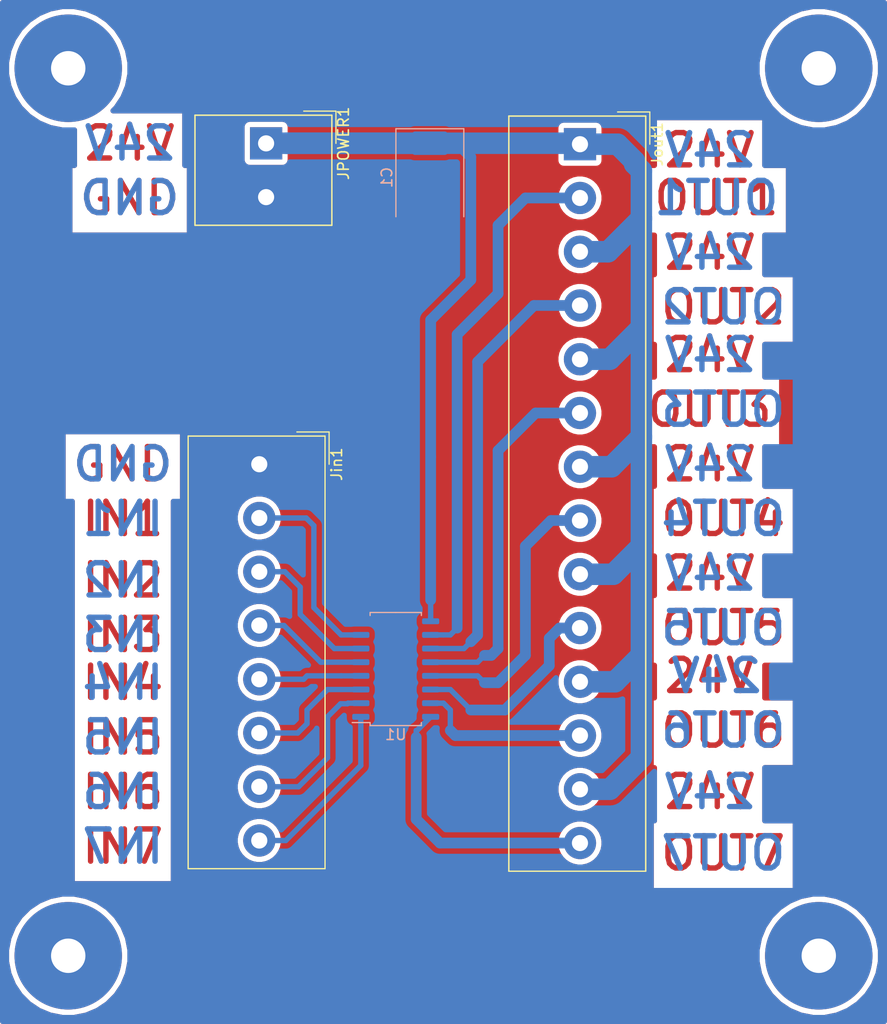
<source format=kicad_pcb>
(kicad_pcb (version 20171130) (host pcbnew 5.1.5+dfsg1-2build2)

  (general
    (thickness 1.6)
    (drawings 48)
    (tracks 129)
    (zones 0)
    (modules 5)
    (nets 17)
  )

  (page A4)
  (layers
    (0 F.Cu signal)
    (31 B.Cu signal)
    (32 B.Adhes user)
    (33 F.Adhes user)
    (34 B.Paste user)
    (35 F.Paste user)
    (36 B.SilkS user)
    (37 F.SilkS user)
    (38 B.Mask user)
    (39 F.Mask user)
    (40 Dwgs.User user)
    (41 Cmts.User user)
    (42 Eco1.User user)
    (43 Eco2.User user)
    (44 Edge.Cuts user)
    (45 Margin user)
    (46 B.CrtYd user)
    (47 F.CrtYd user)
    (48 B.Fab user)
    (49 F.Fab user)
  )

  (setup
    (last_trace_width 0.25)
    (user_trace_width 0.5)
    (user_trace_width 1)
    (user_trace_width 1.28)
    (user_trace_width 2)
    (trace_clearance 0.2)
    (zone_clearance 0.5)
    (zone_45_only no)
    (trace_min 0.2)
    (via_size 0.8)
    (via_drill 0.4)
    (via_min_size 0.4)
    (via_min_drill 0.3)
    (user_via 1 0.4)
    (user_via 2 0.5)
    (user_via 10 3.2)
    (uvia_size 0.3)
    (uvia_drill 0.1)
    (uvias_allowed no)
    (uvia_min_size 0.2)
    (uvia_min_drill 0.1)
    (edge_width 0.05)
    (segment_width 0.2)
    (pcb_text_width 0.3)
    (pcb_text_size 1.5 1.5)
    (mod_edge_width 0.12)
    (mod_text_size 1 1)
    (mod_text_width 0.15)
    (pad_size 1.524 1.524)
    (pad_drill 0.762)
    (pad_to_mask_clearance 0.051)
    (solder_mask_min_width 0.25)
    (aux_axis_origin 0 0)
    (visible_elements FFFFFF7F)
    (pcbplotparams
      (layerselection 0x010fc_ffffffff)
      (usegerberextensions false)
      (usegerberattributes false)
      (usegerberadvancedattributes false)
      (creategerberjobfile false)
      (excludeedgelayer true)
      (linewidth 0.100000)
      (plotframeref false)
      (viasonmask false)
      (mode 1)
      (useauxorigin false)
      (hpglpennumber 1)
      (hpglpenspeed 20)
      (hpglpendiameter 15.000000)
      (psnegative false)
      (psa4output false)
      (plotreference true)
      (plotvalue true)
      (plotinvisibletext false)
      (padsonsilk false)
      (subtractmaskfromsilk false)
      (outputformat 1)
      (mirror false)
      (drillshape 1)
      (scaleselection 1)
      (outputdirectory ""))
  )

  (net 0 "")
  (net 1 +24V)
  (net 2 GND)
  (net 3 /IN1)
  (net 4 /IN2)
  (net 5 /IN3)
  (net 6 /IN4)
  (net 7 /IN5)
  (net 8 /IN6)
  (net 9 /IN7)
  (net 10 /CONTROL1)
  (net 11 /CONTROL2)
  (net 12 /CONTROL3)
  (net 13 /CONTROL4)
  (net 14 /CONTROL5)
  (net 15 /CONTROL6)
  (net 16 /CONTROL7)

  (net_class Default "Esta es la clase de red por defecto."
    (clearance 0.2)
    (trace_width 0.25)
    (via_dia 0.8)
    (via_drill 0.4)
    (uvia_dia 0.3)
    (uvia_drill 0.1)
    (add_net +24V)
    (add_net /CONTROL1)
    (add_net /CONTROL2)
    (add_net /CONTROL3)
    (add_net /CONTROL4)
    (add_net /CONTROL5)
    (add_net /CONTROL6)
    (add_net /CONTROL7)
    (add_net /IN1)
    (add_net /IN2)
    (add_net /IN3)
    (add_net /IN4)
    (add_net /IN5)
    (add_net /IN6)
    (add_net /IN7)
    (add_net GND)
  )

  (module TerminalBlock_Altech:Altech_AK300_1x14_P5.00mm_45-Degree (layer F.Cu) (tedit 5C27907F) (tstamp 6067C728)
    (at 79.375 45.165 270)
    (descr "Altech AK300 serie terminal block (Script generated with StandardBox.py) (http://www.altechcorp.com/PDFS/PCBMETRC.PDF)")
    (tags "Altech AK300 serie connector")
    (path /606817DD)
    (fp_text reference Jout1 (at 0 -7.2 90) (layer F.SilkS)
      (effects (font (size 1 1) (thickness 0.15)))
    )
    (fp_text value Conn_01x14_Female (at 32.5 7.5 90) (layer F.Fab)
      (effects (font (size 1 1) (thickness 0.15)))
    )
    (fp_line (start -2 -6) (end 67.5 -6) (layer F.Fab) (width 0.1))
    (fp_line (start 67.5 -6) (end 67.5 6.5) (layer F.Fab) (width 0.1))
    (fp_line (start 67.5 6.5) (end -2.5 6.5) (layer F.Fab) (width 0.1))
    (fp_line (start -2.5 6.5) (end -2.5 -5.5) (layer F.Fab) (width 0.1))
    (fp_line (start -2.5 -5.5) (end -2 -6) (layer F.Fab) (width 0.1))
    (fp_line (start -3 -3.5) (end -3 -6.5) (layer F.SilkS) (width 0.12))
    (fp_line (start -3 -6.5) (end 0 -6.5) (layer F.SilkS) (width 0.12))
    (fp_line (start -2.62 -6.12) (end 67.62 -6.12) (layer F.SilkS) (width 0.12))
    (fp_line (start 67.62 -6.12) (end 67.62 6.62) (layer F.SilkS) (width 0.12))
    (fp_line (start -2.62 6.62) (end 67.62 6.62) (layer F.SilkS) (width 0.12))
    (fp_line (start -2.62 -6.12) (end -2.62 6.62) (layer F.SilkS) (width 0.12))
    (fp_line (start -2.62 -6.12) (end 67.62 -6.12) (layer F.SilkS) (width 0.12))
    (fp_line (start 67.62 -6.12) (end 67.62 6.62) (layer F.SilkS) (width 0.12))
    (fp_line (start -2.62 6.62) (end 67.62 6.62) (layer F.SilkS) (width 0.12))
    (fp_line (start -2.62 -6.12) (end -2.62 6.62) (layer F.SilkS) (width 0.12))
    (fp_line (start -2.75 -6.25) (end 67.75 -6.25) (layer F.CrtYd) (width 0.05))
    (fp_line (start 67.75 -6.25) (end 67.75 6.75) (layer F.CrtYd) (width 0.05))
    (fp_line (start -2.75 6.75) (end 67.75 6.75) (layer F.CrtYd) (width 0.05))
    (fp_line (start -2.75 -6.25) (end -2.75 6.75) (layer F.CrtYd) (width 0.05))
    (fp_text user %R (at 32.5 0.25 90) (layer F.Fab)
      (effects (font (size 1 1) (thickness 0.15)))
    )
    (pad 1 thru_hole rect (at 0 0 270) (size 3 3) (drill 1.5) (layers *.Cu *.Mask)
      (net 1 +24V))
    (pad 2 thru_hole circle (at 5 0 270) (size 3 3) (drill 1.5) (layers *.Cu *.Mask)
      (net 10 /CONTROL1))
    (pad 3 thru_hole circle (at 10 0 270) (size 3 3) (drill 1.5) (layers *.Cu *.Mask)
      (net 1 +24V))
    (pad 4 thru_hole circle (at 15 0 270) (size 3 3) (drill 1.5) (layers *.Cu *.Mask)
      (net 11 /CONTROL2))
    (pad 5 thru_hole circle (at 20 0 270) (size 3 3) (drill 1.5) (layers *.Cu *.Mask)
      (net 1 +24V))
    (pad 6 thru_hole circle (at 25 0 270) (size 3 3) (drill 1.5) (layers *.Cu *.Mask)
      (net 12 /CONTROL3))
    (pad 7 thru_hole circle (at 30 0 270) (size 3 3) (drill 1.5) (layers *.Cu *.Mask)
      (net 1 +24V))
    (pad 8 thru_hole circle (at 35 0 270) (size 3 3) (drill 1.5) (layers *.Cu *.Mask)
      (net 13 /CONTROL4))
    (pad 9 thru_hole circle (at 40 0 270) (size 3 3) (drill 1.5) (layers *.Cu *.Mask)
      (net 1 +24V))
    (pad 10 thru_hole circle (at 45 0 270) (size 3 3) (drill 1.5) (layers *.Cu *.Mask)
      (net 14 /CONTROL5))
    (pad 11 thru_hole circle (at 50 0 270) (size 3 3) (drill 1.5) (layers *.Cu *.Mask)
      (net 1 +24V))
    (pad 12 thru_hole circle (at 55 0 270) (size 3 3) (drill 1.5) (layers *.Cu *.Mask)
      (net 15 /CONTROL6))
    (pad 13 thru_hole circle (at 60 0 270) (size 3 3) (drill 1.5) (layers *.Cu *.Mask)
      (net 1 +24V))
    (pad 14 thru_hole circle (at 65 0 270) (size 3 3) (drill 1.5) (layers *.Cu *.Mask)
      (net 16 /CONTROL7))
    (model ${KISYS3DMOD}/TerminalBlock_Altech.3dshapes/Altech_AK300_1x14_P5.00mm_45-Degree.wrl
      (at (xyz 0 0 0))
      (scale (xyz 1 1 1))
      (rotate (xyz 0 0 0))
    )
  )

  (module Capacitor_Tantalum_SMD:CP_EIA-7361-438_AVX-U_Pad2.18x3.30mm_HandSolder (layer B.Cu) (tedit 5B301BBE) (tstamp 6067CE54)
    (at 65.405 48.26 270)
    (descr "Tantalum Capacitor SMD AVX-U (7361-438 Metric), IPC_7351 nominal, (Body size from: http://datasheets.avx.com/NOS.pdf), generated with kicad-footprint-generator")
    (tags "capacitor tantalum")
    (path /6068700D)
    (attr smd)
    (fp_text reference C1 (at 0 4 270) (layer B.SilkS)
      (effects (font (size 1 1) (thickness 0.15)) (justify mirror))
    )
    (fp_text value CP1 (at 0 -4 270) (layer B.Fab)
      (effects (font (size 1 1) (thickness 0.15)) (justify mirror))
    )
    (fp_line (start 3.65 3.05) (end -2.65 3.05) (layer B.Fab) (width 0.1))
    (fp_line (start -2.65 3.05) (end -3.65 2.05) (layer B.Fab) (width 0.1))
    (fp_line (start -3.65 2.05) (end -3.65 -3.05) (layer B.Fab) (width 0.1))
    (fp_line (start -3.65 -3.05) (end 3.65 -3.05) (layer B.Fab) (width 0.1))
    (fp_line (start 3.65 -3.05) (end 3.65 3.05) (layer B.Fab) (width 0.1))
    (fp_line (start 3.65 3.16) (end -4.535 3.16) (layer B.SilkS) (width 0.12))
    (fp_line (start -4.535 3.16) (end -4.535 -3.16) (layer B.SilkS) (width 0.12))
    (fp_line (start -4.535 -3.16) (end 3.65 -3.16) (layer B.SilkS) (width 0.12))
    (fp_line (start -4.52 -3.3) (end -4.52 3.3) (layer B.CrtYd) (width 0.05))
    (fp_line (start -4.52 3.3) (end 4.52 3.3) (layer B.CrtYd) (width 0.05))
    (fp_line (start 4.52 3.3) (end 4.52 -3.3) (layer B.CrtYd) (width 0.05))
    (fp_line (start 4.52 -3.3) (end -4.52 -3.3) (layer B.CrtYd) (width 0.05))
    (fp_text user %R (at 0 0 270) (layer B.Fab)
      (effects (font (size 1 1) (thickness 0.15)) (justify mirror))
    )
    (pad 1 smd roundrect (at -3.1875 0 270) (size 2.175 3.3) (layers B.Cu B.Paste B.Mask) (roundrect_rratio 0.114943)
      (net 1 +24V))
    (pad 2 smd roundrect (at 3.1875 0 270) (size 2.175 3.3) (layers B.Cu B.Paste B.Mask) (roundrect_rratio 0.114943)
      (net 2 GND))
    (model ${KISYS3DMOD}/Capacitor_Tantalum_SMD.3dshapes/CP_EIA-7361-438_AVX-U.wrl
      (at (xyz 0 0 0))
      (scale (xyz 1 1 1))
      (rotate (xyz 0 0 0))
    )
  )

  (module TerminalBlock_Altech:Altech_AK300_1x08_P5.00mm_45-Degree (layer F.Cu) (tedit 5C27907F) (tstamp 6067B96C)
    (at 49.53 74.93 270)
    (descr "Altech AK300 serie terminal block (Script generated with StandardBox.py) (http://www.altechcorp.com/PDFS/PCBMETRC.PDF)")
    (tags "Altech AK300 serie connector")
    (path /60673082)
    (fp_text reference Jin1 (at 0 -7.2 90) (layer F.SilkS)
      (effects (font (size 1 1) (thickness 0.15)))
    )
    (fp_text value Conn_01x08_Male (at 17.5 7.5 90) (layer F.Fab)
      (effects (font (size 1 1) (thickness 0.15)))
    )
    (fp_line (start -2 -6) (end 37.5 -6) (layer F.Fab) (width 0.1))
    (fp_line (start 37.5 -6) (end 37.5 6.5) (layer F.Fab) (width 0.1))
    (fp_line (start 37.5 6.5) (end -2.5 6.5) (layer F.Fab) (width 0.1))
    (fp_line (start -2.5 6.5) (end -2.5 -5.5) (layer F.Fab) (width 0.1))
    (fp_line (start -2.5 -5.5) (end -2 -6) (layer F.Fab) (width 0.1))
    (fp_line (start -3 -3.5) (end -3 -6.5) (layer F.SilkS) (width 0.12))
    (fp_line (start -3 -6.5) (end 0 -6.5) (layer F.SilkS) (width 0.12))
    (fp_line (start -2.62 -6.12) (end 37.62 -6.12) (layer F.SilkS) (width 0.12))
    (fp_line (start 37.62 -6.12) (end 37.62 6.62) (layer F.SilkS) (width 0.12))
    (fp_line (start -2.62 6.62) (end 37.62 6.62) (layer F.SilkS) (width 0.12))
    (fp_line (start -2.62 -6.12) (end -2.62 6.62) (layer F.SilkS) (width 0.12))
    (fp_line (start -2.62 -6.12) (end 37.62 -6.12) (layer F.SilkS) (width 0.12))
    (fp_line (start 37.62 -6.12) (end 37.62 6.62) (layer F.SilkS) (width 0.12))
    (fp_line (start -2.62 6.62) (end 37.62 6.62) (layer F.SilkS) (width 0.12))
    (fp_line (start -2.62 -6.12) (end -2.62 6.62) (layer F.SilkS) (width 0.12))
    (fp_line (start -2.75 -6.25) (end 37.75 -6.25) (layer F.CrtYd) (width 0.05))
    (fp_line (start 37.75 -6.25) (end 37.75 6.75) (layer F.CrtYd) (width 0.05))
    (fp_line (start -2.75 6.75) (end 37.75 6.75) (layer F.CrtYd) (width 0.05))
    (fp_line (start -2.75 -6.25) (end -2.75 6.75) (layer F.CrtYd) (width 0.05))
    (fp_text user %R (at 17.5 0.25 90) (layer F.Fab)
      (effects (font (size 1 1) (thickness 0.15)))
    )
    (pad 1 thru_hole rect (at 0 0 270) (size 3 3) (drill 1.5) (layers *.Cu *.Mask)
      (net 2 GND))
    (pad 2 thru_hole circle (at 5 0 270) (size 3 3) (drill 1.5) (layers *.Cu *.Mask)
      (net 3 /IN1))
    (pad 3 thru_hole circle (at 10 0 270) (size 3 3) (drill 1.5) (layers *.Cu *.Mask)
      (net 4 /IN2))
    (pad 4 thru_hole circle (at 15 0 270) (size 3 3) (drill 1.5) (layers *.Cu *.Mask)
      (net 5 /IN3))
    (pad 5 thru_hole circle (at 20 0 270) (size 3 3) (drill 1.5) (layers *.Cu *.Mask)
      (net 6 /IN4))
    (pad 6 thru_hole circle (at 25 0 270) (size 3 3) (drill 1.5) (layers *.Cu *.Mask)
      (net 7 /IN5))
    (pad 7 thru_hole circle (at 30 0 270) (size 3 3) (drill 1.5) (layers *.Cu *.Mask)
      (net 8 /IN6))
    (pad 8 thru_hole circle (at 35 0 270) (size 3 3) (drill 1.5) (layers *.Cu *.Mask)
      (net 9 /IN7))
    (model ${KISYS3DMOD}/TerminalBlock_Altech.3dshapes/Altech_AK300_1x08_P5.00mm_45-Degree.wrl
      (at (xyz 0 0 0))
      (scale (xyz 1 1 1))
      (rotate (xyz 0 0 0))
    )
  )

  (module TerminalBlock_Altech:Altech_AK300_1x02_P5.00mm_45-Degree (layer F.Cu) (tedit 5C27907F) (tstamp 6067C7BE)
    (at 50.165 45.085 270)
    (descr "Altech AK300 serie terminal block (Script generated with StandardBox.py) (http://www.altechcorp.com/PDFS/PCBMETRC.PDF)")
    (tags "Altech AK300 serie connector")
    (path /606843C2)
    (fp_text reference JPOWER1 (at 0 -7.2 90) (layer F.SilkS)
      (effects (font (size 1 1) (thickness 0.15)))
    )
    (fp_text value Conn_01x02_Male (at 2.5 7.5 90) (layer F.Fab)
      (effects (font (size 1 1) (thickness 0.15)))
    )
    (fp_text user %R (at 2.5 0.25 90) (layer F.Fab)
      (effects (font (size 1 1) (thickness 0.15)))
    )
    (fp_line (start -2.75 -6.25) (end -2.75 6.75) (layer F.CrtYd) (width 0.05))
    (fp_line (start -2.75 6.75) (end 7.75 6.75) (layer F.CrtYd) (width 0.05))
    (fp_line (start 7.75 -6.25) (end 7.75 6.75) (layer F.CrtYd) (width 0.05))
    (fp_line (start -2.75 -6.25) (end 7.75 -6.25) (layer F.CrtYd) (width 0.05))
    (fp_line (start -2.62 -6.12) (end -2.62 6.62) (layer F.SilkS) (width 0.12))
    (fp_line (start -2.62 6.62) (end 7.62 6.62) (layer F.SilkS) (width 0.12))
    (fp_line (start 7.62 -6.12) (end 7.62 6.62) (layer F.SilkS) (width 0.12))
    (fp_line (start -2.62 -6.12) (end 7.62 -6.12) (layer F.SilkS) (width 0.12))
    (fp_line (start -2.62 -6.12) (end -2.62 6.62) (layer F.SilkS) (width 0.12))
    (fp_line (start -2.62 6.62) (end 7.62 6.62) (layer F.SilkS) (width 0.12))
    (fp_line (start 7.62 -6.12) (end 7.62 6.62) (layer F.SilkS) (width 0.12))
    (fp_line (start -2.62 -6.12) (end 7.62 -6.12) (layer F.SilkS) (width 0.12))
    (fp_line (start -3 -6.5) (end 0 -6.5) (layer F.SilkS) (width 0.12))
    (fp_line (start -3 -3.5) (end -3 -6.5) (layer F.SilkS) (width 0.12))
    (fp_line (start -2.5 -5.5) (end -2 -6) (layer F.Fab) (width 0.1))
    (fp_line (start -2.5 6.5) (end -2.5 -5.5) (layer F.Fab) (width 0.1))
    (fp_line (start 7.5 6.5) (end -2.5 6.5) (layer F.Fab) (width 0.1))
    (fp_line (start 7.5 -6) (end 7.5 6.5) (layer F.Fab) (width 0.1))
    (fp_line (start -2 -6) (end 7.5 -6) (layer F.Fab) (width 0.1))
    (pad 2 thru_hole circle (at 5 0 270) (size 3 3) (drill 1.5) (layers *.Cu *.Mask)
      (net 2 GND))
    (pad 1 thru_hole rect (at 0 0 270) (size 3 3) (drill 1.5) (layers *.Cu *.Mask)
      (net 1 +24V))
    (model ${KISYS3DMOD}/TerminalBlock_Altech.3dshapes/Altech_AK300_1x02_P5.00mm_45-Degree.wrl
      (at (xyz 0 0 0))
      (scale (xyz 1 1 1))
      (rotate (xyz 0 0 0))
    )
  )

  (module Package_SO:SOIC-16_4.55x10.3mm_P1.27mm (layer B.Cu) (tedit 5D9F72B1) (tstamp 6067CE66)
    (at 62.23 93.98)
    (descr "SOIC, 16 Pin (https://toshiba.semicon-storage.com/info/docget.jsp?did=12858&prodName=TLP291-4), generated with kicad-footprint-generator ipc_gullwing_generator.py")
    (tags "SOIC SO")
    (path /60672508)
    (attr smd)
    (fp_text reference U1 (at 0 6.1) (layer B.SilkS)
      (effects (font (size 1 1) (thickness 0.15)) (justify mirror))
    )
    (fp_text value ULN2003A (at 0 -6.1) (layer B.Fab)
      (effects (font (size 1 1) (thickness 0.15)) (justify mirror))
    )
    (fp_line (start 0 -5.26) (end 2.385 -5.26) (layer B.SilkS) (width 0.12))
    (fp_line (start 2.385 -5.26) (end 2.385 -4.98) (layer B.SilkS) (width 0.12))
    (fp_line (start 0 -5.26) (end -2.385 -5.26) (layer B.SilkS) (width 0.12))
    (fp_line (start -2.385 -5.26) (end -2.385 -4.98) (layer B.SilkS) (width 0.12))
    (fp_line (start 0 5.26) (end 2.385 5.26) (layer B.SilkS) (width 0.12))
    (fp_line (start 2.385 5.26) (end 2.385 4.98) (layer B.SilkS) (width 0.12))
    (fp_line (start 0 5.26) (end -2.385 5.26) (layer B.SilkS) (width 0.12))
    (fp_line (start -2.385 5.26) (end -2.385 4.98) (layer B.SilkS) (width 0.12))
    (fp_line (start -2.385 4.98) (end -4.05 4.98) (layer B.SilkS) (width 0.12))
    (fp_line (start -1.275 5.15) (end 2.275 5.15) (layer B.Fab) (width 0.1))
    (fp_line (start 2.275 5.15) (end 2.275 -5.15) (layer B.Fab) (width 0.1))
    (fp_line (start 2.275 -5.15) (end -2.275 -5.15) (layer B.Fab) (width 0.1))
    (fp_line (start -2.275 -5.15) (end -2.275 4.15) (layer B.Fab) (width 0.1))
    (fp_line (start -2.275 4.15) (end -1.275 5.15) (layer B.Fab) (width 0.1))
    (fp_line (start -4.3 5.4) (end -4.3 -5.4) (layer B.CrtYd) (width 0.05))
    (fp_line (start -4.3 -5.4) (end 4.3 -5.4) (layer B.CrtYd) (width 0.05))
    (fp_line (start 4.3 -5.4) (end 4.3 5.4) (layer B.CrtYd) (width 0.05))
    (fp_line (start 4.3 5.4) (end -4.3 5.4) (layer B.CrtYd) (width 0.05))
    (fp_text user %R (at 0 0) (layer B.Fab)
      (effects (font (size 1 1) (thickness 0.15)) (justify mirror))
    )
    (pad 1 smd roundrect (at -3.25 4.445) (size 1.6 0.55) (layers B.Cu B.Paste B.Mask) (roundrect_rratio 0.25)
      (net 9 /IN7))
    (pad 2 smd roundrect (at -3.25 3.175) (size 1.6 0.55) (layers B.Cu B.Paste B.Mask) (roundrect_rratio 0.25)
      (net 8 /IN6))
    (pad 3 smd roundrect (at -3.25 1.905) (size 1.6 0.55) (layers B.Cu B.Paste B.Mask) (roundrect_rratio 0.25)
      (net 7 /IN5))
    (pad 4 smd roundrect (at -3.25 0.635) (size 1.6 0.55) (layers B.Cu B.Paste B.Mask) (roundrect_rratio 0.25)
      (net 6 /IN4))
    (pad 5 smd roundrect (at -3.25 -0.635) (size 1.6 0.55) (layers B.Cu B.Paste B.Mask) (roundrect_rratio 0.25)
      (net 5 /IN3))
    (pad 6 smd roundrect (at -3.25 -1.905) (size 1.6 0.55) (layers B.Cu B.Paste B.Mask) (roundrect_rratio 0.25)
      (net 4 /IN2))
    (pad 7 smd roundrect (at -3.25 -3.175) (size 1.6 0.55) (layers B.Cu B.Paste B.Mask) (roundrect_rratio 0.25)
      (net 3 /IN1))
    (pad 8 smd roundrect (at -3.25 -4.445) (size 1.6 0.55) (layers B.Cu B.Paste B.Mask) (roundrect_rratio 0.25)
      (net 2 GND))
    (pad 9 smd roundrect (at 3.25 -4.445) (size 1.6 0.55) (layers B.Cu B.Paste B.Mask) (roundrect_rratio 0.25)
      (net 1 +24V))
    (pad 10 smd roundrect (at 3.25 -3.175) (size 1.6 0.55) (layers B.Cu B.Paste B.Mask) (roundrect_rratio 0.25)
      (net 10 /CONTROL1))
    (pad 11 smd roundrect (at 3.25 -1.905) (size 1.6 0.55) (layers B.Cu B.Paste B.Mask) (roundrect_rratio 0.25)
      (net 11 /CONTROL2))
    (pad 12 smd roundrect (at 3.25 -0.635) (size 1.6 0.55) (layers B.Cu B.Paste B.Mask) (roundrect_rratio 0.25)
      (net 12 /CONTROL3))
    (pad 13 smd roundrect (at 3.25 0.635) (size 1.6 0.55) (layers B.Cu B.Paste B.Mask) (roundrect_rratio 0.25)
      (net 13 /CONTROL4))
    (pad 14 smd roundrect (at 3.25 1.905) (size 1.6 0.55) (layers B.Cu B.Paste B.Mask) (roundrect_rratio 0.25)
      (net 14 /CONTROL5))
    (pad 15 smd roundrect (at 3.25 3.175) (size 1.6 0.55) (layers B.Cu B.Paste B.Mask) (roundrect_rratio 0.25)
      (net 15 /CONTROL6))
    (pad 16 smd roundrect (at 3.25 4.445) (size 1.6 0.55) (layers B.Cu B.Paste B.Mask) (roundrect_rratio 0.25)
      (net 16 /CONTROL7))
    (model ${KISYS3DMOD}/Package_SO.3dshapes/SOIC-16_4.55x10.3mm_P1.27mm.wrl
      (at (xyz 0 0 0))
      (scale (xyz 1 1 1))
      (rotate (xyz 0 0 0))
    )
  )

  (gr_text IN7 (at 36.83 110.49) (layer B.Cu) (tstamp 6067DCC4)
    (effects (font (size 3 3) (thickness 0.5)) (justify mirror))
  )
  (gr_text IN6 (at 36.83 105.41) (layer B.Cu) (tstamp 6067DCBD)
    (effects (font (size 3 3) (thickness 0.5)) (justify mirror))
  )
  (gr_text IN5 (at 36.83 100.33) (layer B.Cu) (tstamp 6067DCBA)
    (effects (font (size 3 3) (thickness 0.5)) (justify mirror))
  )
  (gr_text IN4 (at 36.83 95.25) (layer B.Cu) (tstamp 6067DCB7)
    (effects (font (size 3 3) (thickness 0.5)) (justify mirror))
  )
  (gr_text IN3 (at 36.83 90.805) (layer B.Cu) (tstamp 6067DCB2)
    (effects (font (size 3 3) (thickness 0.5)) (justify mirror))
  )
  (gr_text IN2 (at 36.83 85.725) (layer B.Cu) (tstamp 6067DCAF)
    (effects (font (size 3 3) (thickness 0.5)) (justify mirror))
  )
  (gr_text IN1 (at 36.83 80.01) (layer B.Cu) (tstamp 6067DCAA)
    (effects (font (size 3 3) (thickness 0.5)) (justify mirror))
  )
  (gr_text GND (at 36.83 74.93) (layer B.Cu) (tstamp 6067DCA7)
    (effects (font (size 3 3) (thickness 0.5)) (justify mirror))
  )
  (gr_text "GND\n" (at 37.465 50.165) (layer B.Cu) (tstamp 6067DCA4)
    (effects (font (size 3 3) (thickness 0.5)) (justify mirror))
  )
  (gr_text 24V (at 37.465 45.085) (layer B.Cu) (tstamp 6067DCA1)
    (effects (font (size 3 3) (thickness 0.5)) (justify mirror))
  )
  (gr_text OUT2 (at 92.71 60.325) (layer B.Cu) (tstamp 6067DC9E)
    (effects (font (size 3 3) (thickness 0.5)) (justify mirror))
  )
  (gr_text OUT3 (at 92.71 69.85) (layer B.Cu) (tstamp 6067DC9B)
    (effects (font (size 3 3) (thickness 0.5)) (justify mirror))
  )
  (gr_text OUT4 (at 92.71 80.01) (layer B.Cu) (tstamp 6067DC98)
    (effects (font (size 3 3) (thickness 0.5)) (justify mirror))
  )
  (gr_text OUT5 (at 92.71 90.17) (layer B.Cu) (tstamp 6067DC95)
    (effects (font (size 3 3) (thickness 0.5)) (justify mirror))
  )
  (gr_text OUT6 (at 92.71 99.695) (layer B.Cu) (tstamp 6067DC92)
    (effects (font (size 3 3) (thickness 0.5)) (justify mirror))
  )
  (gr_text OUT7 (at 92.71 111.125) (layer B.Cu) (tstamp 6067DD1F)
    (effects (font (size 3 3) (thickness 0.5)) (justify mirror))
  )
  (gr_text 24V (at 91.44 105.41) (layer B.Cu) (tstamp 6067DD19)
    (effects (font (size 3 3) (thickness 0.5)) (justify mirror))
  )
  (gr_text 24V (at 92.075 94.615) (layer B.Cu) (tstamp 6067DC85)
    (effects (font (size 3 3) (thickness 0.5)) (justify mirror))
  )
  (gr_text 24V (at 91.44 85.09) (layer B.Cu) (tstamp 6067DC85)
    (effects (font (size 3 3) (thickness 0.5)) (justify mirror))
  )
  (gr_text 24V (at 91.44 74.93) (layer B.Cu) (tstamp 6067DC85)
    (effects (font (size 3 3) (thickness 0.5)) (justify mirror))
  )
  (gr_text 24V (at 91.44 64.77) (layer B.Cu) (tstamp 6067DC85)
    (effects (font (size 3 3) (thickness 0.5)) (justify mirror))
  )
  (gr_text 24V (at 91.44 55.245) (layer B.Cu) (tstamp 6067DD01)
    (effects (font (size 3 3) (thickness 0.5)) (justify mirror))
  )
  (gr_text OUT1 (at 92.075 50.165) (layer B.Cu) (tstamp 6067DC82)
    (effects (font (size 3 3) (thickness 0.5)) (justify mirror))
  )
  (gr_text 24V (at 91.44 45.72) (layer B.Cu) (tstamp 6067DCF8)
    (effects (font (size 3 3) (thickness 0.5)) (justify mirror))
  )
  (gr_text IN7 (at 36.83 110.49) (layer F.Cu) (tstamp 6067DC03)
    (effects (font (size 3 3) (thickness 0.5)))
  )
  (gr_text IN6 (at 36.83 105.41) (layer F.Cu) (tstamp 6067DC03)
    (effects (font (size 3 3) (thickness 0.5)))
  )
  (gr_text IN5 (at 36.83 100.33) (layer F.Cu) (tstamp 6067DC03)
    (effects (font (size 3 3) (thickness 0.5)))
  )
  (gr_text IN4 (at 36.83 95.25) (layer F.Cu) (tstamp 6067DC03)
    (effects (font (size 3 3) (thickness 0.5)))
  )
  (gr_text IN3 (at 36.83 90.805) (layer F.Cu) (tstamp 6067DC03)
    (effects (font (size 3 3) (thickness 0.5)))
  )
  (gr_text IN2 (at 36.83 85.725) (layer F.Cu) (tstamp 6067DC03)
    (effects (font (size 3 3) (thickness 0.5)))
  )
  (gr_text IN1 (at 36.83 80.01) (layer F.Cu) (tstamp 6067DC03)
    (effects (font (size 3 3) (thickness 0.5)))
  )
  (gr_text GND (at 36.83 74.93) (layer F.Cu) (tstamp 6067DC03)
    (effects (font (size 3 3) (thickness 0.5)))
  )
  (gr_text 24V (at 91.44 45.72) (layer F.Cu) (tstamp 6067DC03)
    (effects (font (size 3 3) (thickness 0.5)))
  )
  (gr_text OUT1 (at 92.075 50.165) (layer F.Cu) (tstamp 6067DC03)
    (effects (font (size 3 3) (thickness 0.5)))
  )
  (gr_text 24V (at 91.44 55.245) (layer F.Cu) (tstamp 6067DC03)
    (effects (font (size 3 3) (thickness 0.5)))
  )
  (gr_text OUT2 (at 92.71 60.325) (layer F.Cu) (tstamp 6067DC03)
    (effects (font (size 3 3) (thickness 0.5)))
  )
  (gr_text 24V (at 91.44 64.77) (layer F.Cu) (tstamp 6067DC03)
    (effects (font (size 3 3) (thickness 0.5)))
  )
  (gr_text OUT3 (at 91.44 69.85) (layer F.Cu) (tstamp 6067DC03)
    (effects (font (size 3 3) (thickness 0.5)))
  )
  (gr_text 24V (at 91.44 74.93) (layer F.Cu) (tstamp 6067DC03)
    (effects (font (size 3 3) (thickness 0.5)))
  )
  (gr_text OUT4 (at 92.71 80.01) (layer F.Cu) (tstamp 6067DC03)
    (effects (font (size 3 3) (thickness 0.5)))
  )
  (gr_text OUT5 (at 92.71 90.17) (layer F.Cu) (tstamp 6067DC03)
    (effects (font (size 3 3) (thickness 0.5)))
  )
  (gr_text OUT6 (at 92.71 99.695) (layer F.Cu) (tstamp 6067DD30)
    (effects (font (size 3 3) (thickness 0.5)))
  )
  (gr_text OUT7 (at 92.71 111.125) (layer F.Cu) (tstamp 6067DD36)
    (effects (font (size 3 3) (thickness 0.5)))
  )
  (gr_text 24V (at 91.44 105.41) (layer F.Cu) (tstamp 6067DC03)
    (effects (font (size 3 3) (thickness 0.5)))
  )
  (gr_text 24V (at 91.44 94.615) (layer F.Cu) (tstamp 6067DC03)
    (effects (font (size 3 3) (thickness 0.5)))
  )
  (gr_text 24V (at 91.44 85.09) (layer F.Cu) (tstamp 6067DC03)
    (effects (font (size 3 3) (thickness 0.5)))
  )
  (gr_text "GND\n" (at 37.465 50.165) (layer F.Cu) (tstamp 6067DC03)
    (effects (font (size 3 3) (thickness 0.5)))
  )
  (gr_text 24V (at 37.465 45.085) (layer F.Cu)
    (effects (font (size 3 3) (thickness 0.5)))
  )

  (via (at 31.75 38.1) (size 10) (drill 3.2) (layers F.Cu B.Cu) (net 0))
  (via (at 101.6 38.1) (size 10) (drill 3.2) (layers F.Cu B.Cu) (net 0))
  (via (at 31.75 120.65) (size 10) (drill 3.2) (layers F.Cu B.Cu) (net 0))
  (via (at 101.6 120.65) (size 10) (drill 3.2) (layers F.Cu B.Cu) (net 0))
  (segment (start 50.1775 45.0725) (end 50.165 45.085) (width 2) (layer B.Cu) (net 1) (status 30))
  (segment (start 65.405 45.0725) (end 50.1775 45.0725) (width 2) (layer B.Cu) (net 1) (status 30))
  (segment (start 79.375 55.165) (end 81.995 55.165) (width 2) (layer B.Cu) (net 1) (status 10))
  (segment (start 85.09 72.39) (end 85.09 82.55) (width 2) (layer B.Cu) (net 1))
  (segment (start 79.375 65.165) (end 82.155 65.165) (width 2) (layer B.Cu) (net 1) (status 10))
  (segment (start 85.09 92.71) (end 85.09 102.235) (width 2) (layer B.Cu) (net 1))
  (segment (start 85.09 47.625) (end 85.09 52.07) (width 2) (layer B.Cu) (net 1))
  (segment (start 85.09 82.55) (end 85.09 92.71) (width 2) (layer B.Cu) (net 1))
  (segment (start 79.375 85.165) (end 82.475 85.165) (width 2) (layer B.Cu) (net 1) (status 10))
  (segment (start 79.375 45.165) (end 82.875 45.165) (width 2) (layer B.Cu) (net 1) (status 10))
  (segment (start 82.315 75.165) (end 85.09 72.39) (width 2) (layer B.Cu) (net 1))
  (segment (start 82.875 45.165) (end 84.455 46.745) (width 2) (layer B.Cu) (net 1))
  (segment (start 52.07 45.0725) (end 79.2825 45.0725) (width 2) (layer B.Cu) (net 1) (status 20))
  (segment (start 84.455 46.745) (end 84.455 46.99) (width 2) (layer B.Cu) (net 1))
  (segment (start 79.375 75.165) (end 82.315 75.165) (width 2) (layer B.Cu) (net 1) (status 10))
  (segment (start 85.09 102.235) (end 82.16 105.165) (width 2) (layer B.Cu) (net 1))
  (segment (start 79.375 95.165) (end 82.635 95.165) (width 2) (layer B.Cu) (net 1) (status 10))
  (segment (start 82.155 65.165) (end 85.09 62.23) (width 2) (layer B.Cu) (net 1))
  (segment (start 82.16 105.165) (end 79.375 105.165) (width 2) (layer B.Cu) (net 1) (status 20))
  (segment (start 82.635 95.165) (end 85.09 92.71) (width 2) (layer B.Cu) (net 1))
  (segment (start 79.2825 45.0725) (end 79.375 45.165) (width 2) (layer B.Cu) (net 1) (status 30))
  (segment (start 82.475 85.165) (end 85.09 82.55) (width 2) (layer B.Cu) (net 1))
  (segment (start 81.995 55.165) (end 85.09 52.07) (width 2) (layer B.Cu) (net 1))
  (segment (start 85.09 62.23) (end 85.09 72.39) (width 2) (layer B.Cu) (net 1))
  (segment (start 85.09 52.07) (end 85.09 62.23) (width 2) (layer B.Cu) (net 1))
  (segment (start 84.455 46.99) (end 85.09 47.625) (width 2) (layer B.Cu) (net 1))
  (segment (start 65.405 45.0725) (end 67.9325 45.0725) (width 0.5) (layer B.Cu) (net 1) (status 10))
  (segment (start 65.48 87.555) (end 65.48 89.535) (width 0.5) (layer B.Cu) (net 1) (status 20))
  (segment (start 65.48 61.52) (end 65.48 74.22) (width 1) (layer B.Cu) (net 1))
  (segment (start 65.48 74.22) (end 65.48 87.555) (width 1) (layer B.Cu) (net 1))
  (segment (start 69.215 57.785) (end 65.48 61.52) (width 1) (layer B.Cu) (net 1))
  (segment (start 69.215 46.355) (end 69.215 57.785) (width 1) (layer B.Cu) (net 1))
  (segment (start 67.9325 45.0725) (end 69.215 46.355) (width 1) (layer B.Cu) (net 1))
  (segment (start 58.98 89.535) (end 57.785 89.535) (width 0.5) (layer B.Cu) (net 2) (status 10))
  (segment (start 57.785 89.535) (end 55.88 87.63) (width 0.5) (layer B.Cu) (net 2))
  (segment (start 55.88 87.63) (end 55.88 76.2) (width 0.5) (layer B.Cu) (net 2))
  (segment (start 54.61 74.93) (end 49.53 74.93) (width 0.5) (layer B.Cu) (net 2) (status 20))
  (segment (start 55.88 76.2) (end 54.61 74.93) (width 0.5) (layer B.Cu) (net 2))
  (segment (start 57.705 50.085) (end 50.165 50.085) (width 2) (layer B.Cu) (net 2) (status 20))
  (segment (start 60.96 71.755) (end 57.785 74.93) (width 2) (layer B.Cu) (net 2))
  (segment (start 49.53 74.93) (end 57.785 74.93) (width 2) (layer B.Cu) (net 2) (status 10))
  (segment (start 60.96 53.34) (end 57.705 50.085) (width 2) (layer B.Cu) (net 2))
  (segment (start 65.405 55.245) (end 60.96 59.69) (width 2) (layer B.Cu) (net 2))
  (segment (start 65.405 51.4475) (end 65.405 55.245) (width 2) (layer B.Cu) (net 2) (status 10))
  (segment (start 60.96 59.69) (end 60.96 71.755) (width 2) (layer B.Cu) (net 2))
  (segment (start 60.96 53.34) (end 60.96 59.69) (width 2) (layer B.Cu) (net 2))
  (segment (start 49.53 109.93) (end 51.995 109.93) (width 0.5) (layer B.Cu) (net 9) (status 10))
  (segment (start 58.98 102.945) (end 58.98 98.425) (width 0.5) (layer B.Cu) (net 9) (status 20))
  (segment (start 51.995 109.93) (end 58.98 102.945) (width 0.5) (layer B.Cu) (net 9))
  (segment (start 57.785 97.155) (end 57.72999 97.21001) (width 0.5) (layer B.Cu) (net 8))
  (segment (start 57.72999 97.21001) (end 57.09499 97.21001) (width 0.5) (layer B.Cu) (net 8))
  (segment (start 58.98 97.155) (end 57.785 97.155) (width 0.5) (layer B.Cu) (net 8) (status 10))
  (segment (start 57.09499 97.21001) (end 55.88 98.425) (width 0.5) (layer B.Cu) (net 8))
  (segment (start 55.88 98.425) (end 55.88 102.235) (width 0.5) (layer B.Cu) (net 8))
  (segment (start 53.185 104.93) (end 49.53 104.93) (width 0.5) (layer B.Cu) (net 8) (status 20))
  (segment (start 55.88 102.235) (end 53.185 104.93) (width 0.5) (layer B.Cu) (net 8))
  (segment (start 53.975 99.06) (end 53.105 99.93) (width 0.5) (layer B.Cu) (net 7))
  (segment (start 53.105 99.93) (end 49.53 99.93) (width 0.5) (layer B.Cu) (net 7) (status 20))
  (segment (start 53.975 97.79) (end 53.975 99.06) (width 0.5) (layer B.Cu) (net 7))
  (segment (start 55.88 95.885) (end 53.975 97.79) (width 0.5) (layer B.Cu) (net 7))
  (segment (start 58.98 95.885) (end 55.88 95.885) (width 0.5) (layer B.Cu) (net 7) (status 10))
  (segment (start 49.53 94.93) (end 53.66 94.93) (width 0.5) (layer B.Cu) (net 6) (status 10))
  (segment (start 53.975 94.615) (end 57.15 94.615) (width 0.5) (layer B.Cu) (net 6))
  (segment (start 53.66 94.93) (end 53.975 94.615) (width 0.5) (layer B.Cu) (net 6))
  (segment (start 58.98 94.615) (end 57.15 94.615) (width 0.5) (layer B.Cu) (net 6) (status 10))
  (segment (start 58.98 93.345) (end 55.245 93.345) (width 0.5) (layer B.Cu) (net 5) (status 10))
  (segment (start 51.83 89.93) (end 49.53 89.93) (width 0.5) (layer B.Cu) (net 5) (status 20))
  (segment (start 55.245 93.345) (end 51.83 89.93) (width 0.5) (layer B.Cu) (net 5))
  (segment (start 49.53 84.93) (end 51.91 84.93) (width 0.5) (layer B.Cu) (net 4) (status 10))
  (segment (start 51.91 84.93) (end 53.34 86.36) (width 0.5) (layer B.Cu) (net 4))
  (segment (start 53.34 86.36) (end 53.34 88.9) (width 0.5) (layer B.Cu) (net 4))
  (segment (start 56.515 92.075) (end 58.98 92.075) (width 0.5) (layer B.Cu) (net 4) (status 20))
  (segment (start 53.34 88.9) (end 56.515 92.075) (width 0.5) (layer B.Cu) (net 4))
  (segment (start 49.53 79.93) (end 53.895 79.93) (width 0.5) (layer B.Cu) (net 3) (status 10))
  (segment (start 53.895 79.93) (end 54.61 80.645) (width 0.5) (layer B.Cu) (net 3))
  (segment (start 54.61 80.645) (end 54.61 88.265) (width 0.5) (layer B.Cu) (net 3))
  (segment (start 57.15 90.805) (end 58.98 90.805) (width 0.5) (layer B.Cu) (net 3) (status 20))
  (segment (start 54.61 88.265) (end 57.15 90.805) (width 0.5) (layer B.Cu) (net 3))
  (segment (start 79.375 110.165) (end 66.35 110.165) (width 1) (layer B.Cu) (net 16) (status 10))
  (segment (start 66.35 110.165) (end 64.135 107.95) (width 1) (layer B.Cu) (net 16))
  (segment (start 64.135 107.95) (end 64.135 100.33) (width 1) (layer B.Cu) (net 16))
  (segment (start 64.135 100.33) (end 64.135 99.695) (width 0.5) (layer B.Cu) (net 16))
  (segment (start 64.21 99.695) (end 65.48 98.425) (width 0.5) (layer B.Cu) (net 16) (status 20))
  (segment (start 64.135 99.695) (end 64.21 99.695) (width 0.5) (layer B.Cu) (net 16))
  (segment (start 65.48 97.155) (end 66.675 97.155) (width 0.5) (layer B.Cu) (net 15) (status 10))
  (segment (start 66.675 97.155) (end 67.31 97.79) (width 0.5) (layer B.Cu) (net 15))
  (segment (start 67.31 97.79) (end 67.31 99.695) (width 0.5) (layer B.Cu) (net 15))
  (segment (start 67.78 100.165) (end 67.31 99.695) (width 1) (layer B.Cu) (net 15))
  (segment (start 79.375 100.165) (end 67.78 100.165) (width 1) (layer B.Cu) (net 15) (status 10))
  (segment (start 65.48 95.885) (end 67.31 95.885) (width 0.5) (layer B.Cu) (net 14) (status 10))
  (segment (start 67.31 95.885) (end 69.215 97.79) (width 0.5) (layer B.Cu) (net 14))
  (segment (start 69.215 97.79) (end 71.12 97.79) (width 0.5) (layer B.Cu) (net 14))
  (segment (start 77.475 90.165) (end 79.375 90.165) (width 1) (layer B.Cu) (net 14) (status 20))
  (segment (start 76.5175 91.1225) (end 77.475 90.165) (width 1) (layer B.Cu) (net 14))
  (segment (start 76.5175 93.6625) (end 76.5175 91.1225) (width 1) (layer B.Cu) (net 14))
  (segment (start 72.39 97.79) (end 76.5175 93.6625) (width 1) (layer B.Cu) (net 14))
  (segment (start 69.215 97.79) (end 72.39 97.79) (width 1) (layer B.Cu) (net 14))
  (segment (start 69.85 94.615) (end 70.485 95.25) (width 0.5) (layer B.Cu) (net 13))
  (segment (start 65.48 94.615) (end 69.85 94.615) (width 0.5) (layer B.Cu) (net 13) (status 10))
  (segment (start 76.68 80.165) (end 79.375 80.165) (width 1) (layer B.Cu) (net 13) (status 20))
  (segment (start 71.755 95.25) (end 74.295 92.71) (width 1) (layer B.Cu) (net 13))
  (segment (start 70.485 95.25) (end 71.755 95.25) (width 1) (layer B.Cu) (net 13))
  (segment (start 74.295 82.55) (end 76.68 80.165) (width 1) (layer B.Cu) (net 13))
  (segment (start 74.295 92.71) (end 74.295 82.55) (width 1) (layer B.Cu) (net 13))
  (segment (start 69.85 93.345) (end 70.485 92.71) (width 0.5) (layer B.Cu) (net 12))
  (segment (start 65.48 93.345) (end 69.85 93.345) (width 0.5) (layer B.Cu) (net 12) (status 10))
  (segment (start 70.485 92.71) (end 71.12 92.71) (width 1) (layer B.Cu) (net 12))
  (segment (start 71.755 92.075) (end 71.755 73.66) (width 1) (layer B.Cu) (net 12))
  (segment (start 71.12 92.71) (end 71.755 92.075) (width 1) (layer B.Cu) (net 12))
  (segment (start 75.25 70.165) (end 79.375 70.165) (width 1) (layer B.Cu) (net 12) (status 20))
  (segment (start 71.755 73.66) (end 75.25 70.165) (width 1) (layer B.Cu) (net 12))
  (segment (start 68.58 92.075) (end 69.215 91.44) (width 0.5) (layer B.Cu) (net 11))
  (segment (start 65.48 92.075) (end 68.58 92.075) (width 0.5) (layer B.Cu) (net 11) (status 10))
  (segment (start 75.09 60.165) (end 79.375 60.165) (width 1) (layer B.Cu) (net 11) (status 20))
  (segment (start 69.85 65.405) (end 75.09 60.165) (width 1) (layer B.Cu) (net 11))
  (segment (start 69.85 90.805) (end 69.85 65.405) (width 1) (layer B.Cu) (net 11))
  (segment (start 69.215 91.44) (end 69.85 90.805) (width 1) (layer B.Cu) (net 11))
  (segment (start 66.675 90.805) (end 67.31 90.805) (width 0.5) (layer B.Cu) (net 10))
  (segment (start 65.48 90.805) (end 66.675 90.805) (width 0.5) (layer B.Cu) (net 10) (status 10))
  (segment (start 67.31 90.805) (end 67.945 90.17) (width 0.5) (layer B.Cu) (net 10))
  (segment (start 74.295 50.165) (end 79.375 50.165) (width 1) (layer B.Cu) (net 10) (status 20))
  (segment (start 71.755 52.705) (end 74.295 50.165) (width 1) (layer B.Cu) (net 10))
  (segment (start 71.755 59.055) (end 71.755 52.705) (width 1) (layer B.Cu) (net 10))
  (segment (start 67.945 62.865) (end 71.755 59.055) (width 1) (layer B.Cu) (net 10))
  (segment (start 67.945 90.17) (end 67.945 62.865) (width 1) (layer B.Cu) (net 10))

  (zone (net 2) (net_name GND) (layer B.Cu) (tstamp 0) (hatch edge 0.508)
    (connect_pads yes (clearance 0.5))
    (min_thickness 0.5)
    (fill yes (arc_segments 32) (thermal_gap 0.5) (thermal_bridge_width 1))
    (polygon
      (pts
        (xy 107.95 127) (xy 25.4 127) (xy 25.4 31.75) (xy 107.95 31.75)
      )
    )
    (filled_polygon
      (pts
        (xy 107.7 126.75) (xy 25.65 126.75) (xy 25.65 120.083674) (xy 26 120.083674) (xy 26 121.216326)
        (xy 26.220969 122.327213) (xy 26.654416 123.373646) (xy 27.283683 124.315411) (xy 28.084589 125.116317) (xy 29.026354 125.745584)
        (xy 30.072787 126.179031) (xy 31.183674 126.4) (xy 32.316326 126.4) (xy 33.427213 126.179031) (xy 34.473646 125.745584)
        (xy 35.415411 125.116317) (xy 36.216317 124.315411) (xy 36.845584 123.373646) (xy 37.279031 122.327213) (xy 37.5 121.216326)
        (xy 37.5 120.083674) (xy 95.85 120.083674) (xy 95.85 121.216326) (xy 96.070969 122.327213) (xy 96.504416 123.373646)
        (xy 97.133683 124.315411) (xy 97.934589 125.116317) (xy 98.876354 125.745584) (xy 99.922787 126.179031) (xy 101.033674 126.4)
        (xy 102.166326 126.4) (xy 103.277213 126.179031) (xy 104.323646 125.745584) (xy 105.265411 125.116317) (xy 106.066317 124.315411)
        (xy 106.695584 123.373646) (xy 107.129031 122.327213) (xy 107.35 121.216326) (xy 107.35 120.083674) (xy 107.129031 118.972787)
        (xy 106.695584 117.926354) (xy 106.066317 116.984589) (xy 105.265411 116.183683) (xy 104.323646 115.554416) (xy 103.277213 115.120969)
        (xy 102.166326 114.9) (xy 101.033674 114.9) (xy 99.922787 115.120969) (xy 98.876354 115.554416) (xy 97.934589 116.183683)
        (xy 97.133683 116.984589) (xy 96.504416 117.926354) (xy 96.070969 118.972787) (xy 95.85 120.083674) (xy 37.5 120.083674)
        (xy 37.279031 118.972787) (xy 36.845584 117.926354) (xy 36.216317 116.984589) (xy 35.415411 116.183683) (xy 34.473646 115.554416)
        (xy 33.427213 115.120969) (xy 32.316326 114.9) (xy 31.183674 114.9) (xy 30.072787 115.120969) (xy 29.026354 115.554416)
        (xy 28.084589 116.183683) (xy 27.283683 116.984589) (xy 26.654416 117.926354) (xy 26.220969 118.972787) (xy 26 120.083674)
        (xy 25.65 120.083674) (xy 25.65 71.895) (xy 31.258572 71.895) (xy 31.258572 78.395) (xy 32.115715 78.395)
        (xy 32.115715 113.955) (xy 41.544286 113.955) (xy 41.544286 79.708394) (xy 47.28 79.708394) (xy 47.28 80.151606)
        (xy 47.366466 80.586301) (xy 47.536076 80.995775) (xy 47.782311 81.364292) (xy 48.095708 81.677689) (xy 48.464225 81.923924)
        (xy 48.873699 82.093534) (xy 49.308394 82.18) (xy 49.751606 82.18) (xy 50.186301 82.093534) (xy 50.595775 81.923924)
        (xy 50.964292 81.677689) (xy 51.277689 81.364292) (xy 51.523924 80.995775) (xy 51.551169 80.93) (xy 53.480787 80.93)
        (xy 53.61 81.059213) (xy 53.610001 85.215788) (xy 52.651849 84.257637) (xy 52.620528 84.219472) (xy 52.468258 84.094508)
        (xy 52.294535 84.001651) (xy 52.106034 83.94447) (xy 51.95912 83.93) (xy 51.91 83.925162) (xy 51.86088 83.93)
        (xy 51.551169 83.93) (xy 51.523924 83.864225) (xy 51.277689 83.495708) (xy 50.964292 83.182311) (xy 50.595775 82.936076)
        (xy 50.186301 82.766466) (xy 49.751606 82.68) (xy 49.308394 82.68) (xy 48.873699 82.766466) (xy 48.464225 82.936076)
        (xy 48.095708 83.182311) (xy 47.782311 83.495708) (xy 47.536076 83.864225) (xy 47.366466 84.273699) (xy 47.28 84.708394)
        (xy 47.28 85.151606) (xy 47.366466 85.586301) (xy 47.536076 85.995775) (xy 47.782311 86.364292) (xy 48.095708 86.677689)
        (xy 48.464225 86.923924) (xy 48.873699 87.093534) (xy 49.308394 87.18) (xy 49.751606 87.18) (xy 50.186301 87.093534)
        (xy 50.595775 86.923924) (xy 50.964292 86.677689) (xy 51.277689 86.364292) (xy 51.523924 85.995775) (xy 51.534948 85.96916)
        (xy 52.34 86.774213) (xy 52.340001 88.85087) (xy 52.335162 88.9) (xy 52.352434 89.075359) (xy 52.214535 89.001651)
        (xy 52.026034 88.94447) (xy 51.87912 88.93) (xy 51.83 88.925162) (xy 51.78088 88.93) (xy 51.551169 88.93)
        (xy 51.523924 88.864225) (xy 51.277689 88.495708) (xy 50.964292 88.182311) (xy 50.595775 87.936076) (xy 50.186301 87.766466)
        (xy 49.751606 87.68) (xy 49.308394 87.68) (xy 48.873699 87.766466) (xy 48.464225 87.936076) (xy 48.095708 88.182311)
        (xy 47.782311 88.495708) (xy 47.536076 88.864225) (xy 47.366466 89.273699) (xy 47.28 89.708394) (xy 47.28 90.151606)
        (xy 47.366466 90.586301) (xy 47.536076 90.995775) (xy 47.782311 91.364292) (xy 48.095708 91.677689) (xy 48.464225 91.923924)
        (xy 48.873699 92.093534) (xy 49.308394 92.18) (xy 49.751606 92.18) (xy 50.186301 92.093534) (xy 50.595775 91.923924)
        (xy 50.964292 91.677689) (xy 51.277689 91.364292) (xy 51.506957 91.021169) (xy 54.100787 93.615) (xy 54.024117 93.615)
        (xy 53.974999 93.610162) (xy 53.925881 93.615) (xy 53.92588 93.615) (xy 53.778966 93.62947) (xy 53.590465 93.686651)
        (xy 53.416742 93.779508) (xy 53.264472 93.904472) (xy 53.243522 93.93) (xy 51.551169 93.93) (xy 51.523924 93.864225)
        (xy 51.277689 93.495708) (xy 50.964292 93.182311) (xy 50.595775 92.936076) (xy 50.186301 92.766466) (xy 49.751606 92.68)
        (xy 49.308394 92.68) (xy 48.873699 92.766466) (xy 48.464225 92.936076) (xy 48.095708 93.182311) (xy 47.782311 93.495708)
        (xy 47.536076 93.864225) (xy 47.366466 94.273699) (xy 47.28 94.708394) (xy 47.28 95.151606) (xy 47.366466 95.586301)
        (xy 47.536076 95.995775) (xy 47.782311 96.364292) (xy 48.095708 96.677689) (xy 48.464225 96.923924) (xy 48.873699 97.093534)
        (xy 49.308394 97.18) (xy 49.751606 97.18) (xy 50.186301 97.093534) (xy 50.595775 96.923924) (xy 50.964292 96.677689)
        (xy 51.277689 96.364292) (xy 51.523924 95.995775) (xy 51.551169 95.93) (xy 53.61088 95.93) (xy 53.66 95.934838)
        (xy 53.70912 95.93) (xy 53.856034 95.91553) (xy 54.044535 95.858349) (xy 54.218258 95.765492) (xy 54.370528 95.640528)
        (xy 54.391478 95.615) (xy 54.735787 95.615) (xy 53.302637 97.048151) (xy 53.264472 97.079472) (xy 53.139508 97.231742)
        (xy 53.051512 97.396372) (xy 53.046651 97.405466) (xy 52.98947 97.593966) (xy 52.970162 97.79) (xy 52.975 97.839121)
        (xy 52.975001 98.645786) (xy 52.690787 98.93) (xy 51.551169 98.93) (xy 51.523924 98.864225) (xy 51.277689 98.495708)
        (xy 50.964292 98.182311) (xy 50.595775 97.936076) (xy 50.186301 97.766466) (xy 49.751606 97.68) (xy 49.308394 97.68)
        (xy 48.873699 97.766466) (xy 48.464225 97.936076) (xy 48.095708 98.182311) (xy 47.782311 98.495708) (xy 47.536076 98.864225)
        (xy 47.366466 99.273699) (xy 47.28 99.708394) (xy 47.28 100.151606) (xy 47.366466 100.586301) (xy 47.536076 100.995775)
        (xy 47.782311 101.364292) (xy 48.095708 101.677689) (xy 48.464225 101.923924) (xy 48.873699 102.093534) (xy 49.308394 102.18)
        (xy 49.751606 102.18) (xy 50.186301 102.093534) (xy 50.595775 101.923924) (xy 50.964292 101.677689) (xy 51.277689 101.364292)
        (xy 51.523924 100.995775) (xy 51.551169 100.93) (xy 53.05588 100.93) (xy 53.105 100.934838) (xy 53.15412 100.93)
        (xy 53.301034 100.91553) (xy 53.489535 100.858349) (xy 53.663258 100.765492) (xy 53.815528 100.640528) (xy 53.846848 100.602364)
        (xy 54.647373 99.801841) (xy 54.685528 99.770528) (xy 54.810492 99.618258) (xy 54.88 99.488217) (xy 54.880001 101.820785)
        (xy 52.770788 103.93) (xy 51.551169 103.93) (xy 51.523924 103.864225) (xy 51.277689 103.495708) (xy 50.964292 103.182311)
        (xy 50.595775 102.936076) (xy 50.186301 102.766466) (xy 49.751606 102.68) (xy 49.308394 102.68) (xy 48.873699 102.766466)
        (xy 48.464225 102.936076) (xy 48.095708 103.182311) (xy 47.782311 103.495708) (xy 47.536076 103.864225) (xy 47.366466 104.273699)
        (xy 47.28 104.708394) (xy 47.28 105.151606) (xy 47.366466 105.586301) (xy 47.536076 105.995775) (xy 47.782311 106.364292)
        (xy 48.095708 106.677689) (xy 48.464225 106.923924) (xy 48.873699 107.093534) (xy 49.308394 107.18) (xy 49.751606 107.18)
        (xy 50.186301 107.093534) (xy 50.595775 106.923924) (xy 50.964292 106.677689) (xy 51.277689 106.364292) (xy 51.523924 105.995775)
        (xy 51.551169 105.93) (xy 53.13588 105.93) (xy 53.185 105.934838) (xy 53.23412 105.93) (xy 53.381034 105.91553)
        (xy 53.569535 105.858349) (xy 53.743258 105.765492) (xy 53.895528 105.640528) (xy 53.926849 105.602363) (xy 56.552374 102.97684)
        (xy 56.590528 102.945528) (xy 56.715492 102.793258) (xy 56.808349 102.619535) (xy 56.86553 102.431034) (xy 56.88 102.28412)
        (xy 56.884838 102.235) (xy 56.88 102.18588) (xy 56.88 98.839212) (xy 57.426372 98.292841) (xy 57.426372 98.5625)
        (xy 57.443495 98.73635) (xy 57.494205 98.90352) (xy 57.576554 99.057584) (xy 57.687377 99.192623) (xy 57.822416 99.303446)
        (xy 57.97648 99.385795) (xy 57.980001 99.386863) (xy 57.98 102.530786) (xy 51.580788 108.93) (xy 51.551169 108.93)
        (xy 51.523924 108.864225) (xy 51.277689 108.495708) (xy 50.964292 108.182311) (xy 50.595775 107.936076) (xy 50.186301 107.766466)
        (xy 49.751606 107.68) (xy 49.308394 107.68) (xy 48.873699 107.766466) (xy 48.464225 107.936076) (xy 48.095708 108.182311)
        (xy 47.782311 108.495708) (xy 47.536076 108.864225) (xy 47.366466 109.273699) (xy 47.28 109.708394) (xy 47.28 110.151606)
        (xy 47.366466 110.586301) (xy 47.536076 110.995775) (xy 47.782311 111.364292) (xy 48.095708 111.677689) (xy 48.464225 111.923924)
        (xy 48.873699 112.093534) (xy 49.308394 112.18) (xy 49.751606 112.18) (xy 50.186301 112.093534) (xy 50.595775 111.923924)
        (xy 50.964292 111.677689) (xy 51.277689 111.364292) (xy 51.523924 110.995775) (xy 51.551169 110.93) (xy 51.94588 110.93)
        (xy 51.995 110.934838) (xy 52.04412 110.93) (xy 52.191034 110.91553) (xy 52.379535 110.858349) (xy 52.553258 110.765492)
        (xy 52.705528 110.640528) (xy 52.736849 110.602363) (xy 59.652374 103.68684) (xy 59.690528 103.655528) (xy 59.815492 103.503258)
        (xy 59.908349 103.329535) (xy 59.96553 103.141034) (xy 59.98 102.99412) (xy 59.98 102.994119) (xy 59.984838 102.945)
        (xy 59.98 102.89588) (xy 59.98 99.386863) (xy 59.98352 99.385795) (xy 60.137584 99.303446) (xy 60.272623 99.192623)
        (xy 60.383446 99.057584) (xy 60.465795 98.90352) (xy 60.516505 98.73635) (xy 60.533628 98.5625) (xy 60.533628 98.2875)
        (xy 60.516505 98.11365) (xy 60.465795 97.94648) (xy 60.383446 97.792416) (xy 60.381463 97.79) (xy 60.383446 97.787584)
        (xy 60.465795 97.63352) (xy 60.516505 97.46635) (xy 60.533628 97.2925) (xy 60.533628 97.0175) (xy 60.516505 96.84365)
        (xy 60.465795 96.67648) (xy 60.383446 96.522416) (xy 60.381463 96.52) (xy 60.383446 96.517584) (xy 60.465795 96.36352)
        (xy 60.516505 96.19635) (xy 60.533628 96.0225) (xy 60.533628 95.7475) (xy 60.516505 95.57365) (xy 60.465795 95.40648)
        (xy 60.383446 95.252416) (xy 60.381463 95.25) (xy 60.383446 95.247584) (xy 60.465795 95.09352) (xy 60.516505 94.92635)
        (xy 60.533628 94.7525) (xy 60.533628 94.4775) (xy 60.516505 94.30365) (xy 60.465795 94.13648) (xy 60.383446 93.982416)
        (xy 60.381463 93.98) (xy 60.383446 93.977584) (xy 60.465795 93.82352) (xy 60.516505 93.65635) (xy 60.533628 93.4825)
        (xy 60.533628 93.2075) (xy 60.516505 93.03365) (xy 60.465795 92.86648) (xy 60.383446 92.712416) (xy 60.381463 92.71)
        (xy 60.383446 92.707584) (xy 60.465795 92.55352) (xy 60.516505 92.38635) (xy 60.533628 92.2125) (xy 60.533628 91.9375)
        (xy 60.516505 91.76365) (xy 60.465795 91.59648) (xy 60.383446 91.442416) (xy 60.381463 91.44) (xy 60.383446 91.437584)
        (xy 60.465795 91.28352) (xy 60.516505 91.11635) (xy 60.533628 90.9425) (xy 60.533628 90.6675) (xy 60.516505 90.49365)
        (xy 60.465795 90.32648) (xy 60.383446 90.172416) (xy 60.272623 90.037377) (xy 60.137584 89.926554) (xy 59.98352 89.844205)
        (xy 59.81635 89.793495) (xy 59.6425 89.776372) (xy 58.3175 89.776372) (xy 58.14365 89.793495) (xy 58.105723 89.805)
        (xy 57.564214 89.805) (xy 55.61 87.850788) (xy 55.61 80.69412) (xy 55.614838 80.645) (xy 55.59553 80.448966)
        (xy 55.538349 80.260465) (xy 55.445492 80.086742) (xy 55.35184 79.972626) (xy 55.320528 79.934472) (xy 55.282373 79.903159)
        (xy 54.636848 79.257636) (xy 54.605528 79.219472) (xy 54.453258 79.094508) (xy 54.279535 79.001651) (xy 54.091034 78.94447)
        (xy 53.94412 78.93) (xy 53.895 78.925162) (xy 53.84588 78.93) (xy 51.551169 78.93) (xy 51.523924 78.864225)
        (xy 51.277689 78.495708) (xy 50.964292 78.182311) (xy 50.595775 77.936076) (xy 50.186301 77.766466) (xy 49.751606 77.68)
        (xy 49.308394 77.68) (xy 48.873699 77.766466) (xy 48.464225 77.936076) (xy 48.095708 78.182311) (xy 47.782311 78.495708)
        (xy 47.536076 78.864225) (xy 47.366466 79.273699) (xy 47.28 79.708394) (xy 41.544286 79.708394) (xy 41.544286 78.395)
        (xy 42.401429 78.395) (xy 42.401429 71.895) (xy 31.258572 71.895) (xy 25.65 71.895) (xy 25.65 37.533674)
        (xy 26 37.533674) (xy 26 38.666326) (xy 26.220969 39.777213) (xy 26.654416 40.823646) (xy 27.283683 41.765411)
        (xy 28.084589 42.566317) (xy 29.026354 43.195584) (xy 30.072787 43.629031) (xy 31.183674 43.85) (xy 32.316326 43.85)
        (xy 32.322143 43.848843) (xy 32.322143 47.13) (xy 31.893572 47.13) (xy 31.893572 53.63) (xy 43.036429 53.63)
        (xy 43.036429 47.13) (xy 42.607857 47.13) (xy 42.607857 43.585) (xy 47.911372 43.585) (xy 47.911372 46.585)
        (xy 47.925853 46.732026) (xy 47.968739 46.873401) (xy 48.038381 47.003693) (xy 48.132105 47.117895) (xy 48.246307 47.211619)
        (xy 48.376599 47.281261) (xy 48.517974 47.324147) (xy 48.665 47.338628) (xy 51.665 47.338628) (xy 51.812026 47.324147)
        (xy 51.953401 47.281261) (xy 52.083693 47.211619) (xy 52.197895 47.117895) (xy 52.291619 47.003693) (xy 52.361261 46.873401)
        (xy 52.376702 46.8225) (xy 63.593369 46.8225) (xy 63.620929 46.837231) (xy 63.809203 46.894344) (xy 64.005001 46.913628)
        (xy 66.804999 46.913628) (xy 67.000797 46.894344) (xy 67.189071 46.837231) (xy 67.216631 46.8225) (xy 67.914733 46.8225)
        (xy 67.965 46.872767) (xy 67.965001 57.267232) (xy 64.639543 60.592691) (xy 64.59184 60.63184) (xy 64.435634 60.822178)
        (xy 64.319563 61.039332) (xy 64.248087 61.274958) (xy 64.23 61.458596) (xy 64.23 61.458602) (xy 64.223953 61.52)
        (xy 64.23 61.581398) (xy 64.230001 74.158586) (xy 64.23 74.158596) (xy 64.230001 87.616405) (xy 64.248088 87.800043)
        (xy 64.319564 88.035669) (xy 64.435635 88.252823) (xy 64.48 88.306882) (xy 64.480001 88.573137) (xy 64.47648 88.574205)
        (xy 64.322416 88.656554) (xy 64.187377 88.767377) (xy 64.076554 88.902416) (xy 63.994205 89.05648) (xy 63.943495 89.22365)
        (xy 63.926372 89.3975) (xy 63.926372 89.6725) (xy 63.943495 89.84635) (xy 63.994205 90.01352) (xy 64.076554 90.167584)
        (xy 64.078537 90.17) (xy 64.076554 90.172416) (xy 63.994205 90.32648) (xy 63.943495 90.49365) (xy 63.926372 90.6675)
        (xy 63.926372 90.9425) (xy 63.943495 91.11635) (xy 63.994205 91.28352) (xy 64.076554 91.437584) (xy 64.078537 91.44)
        (xy 64.076554 91.442416) (xy 63.994205 91.59648) (xy 63.943495 91.76365) (xy 63.926372 91.9375) (xy 63.926372 92.2125)
        (xy 63.943495 92.38635) (xy 63.994205 92.55352) (xy 64.076554 92.707584) (xy 64.078537 92.71) (xy 64.076554 92.712416)
        (xy 63.994205 92.86648) (xy 63.943495 93.03365) (xy 63.926372 93.2075) (xy 63.926372 93.4825) (xy 63.943495 93.65635)
        (xy 63.994205 93.82352) (xy 64.076554 93.977584) (xy 64.078537 93.98) (xy 64.076554 93.982416) (xy 63.994205 94.13648)
        (xy 63.943495 94.30365) (xy 63.926372 94.4775) (xy 63.926372 94.7525) (xy 63.943495 94.92635) (xy 63.994205 95.09352)
        (xy 64.076554 95.247584) (xy 64.078537 95.25) (xy 64.076554 95.252416) (xy 63.994205 95.40648) (xy 63.943495 95.57365)
        (xy 63.926372 95.7475) (xy 63.926372 96.0225) (xy 63.943495 96.19635) (xy 63.994205 96.36352) (xy 64.076554 96.517584)
        (xy 64.078537 96.52) (xy 64.076554 96.522416) (xy 63.994205 96.67648) (xy 63.943495 96.84365) (xy 63.926372 97.0175)
        (xy 63.926372 97.2925) (xy 63.943495 97.46635) (xy 63.994205 97.63352) (xy 64.076554 97.787584) (xy 64.078537 97.79)
        (xy 64.076554 97.792416) (xy 63.994205 97.94648) (xy 63.943495 98.11365) (xy 63.926372 98.2875) (xy 63.926372 98.5625)
        (xy 63.926544 98.564244) (xy 63.693905 98.796883) (xy 63.576742 98.859508) (xy 63.424472 98.984472) (xy 63.299508 99.136742)
        (xy 63.206651 99.310465) (xy 63.14947 99.498966) (xy 63.142584 99.568877) (xy 63.090635 99.632177) (xy 62.974564 99.849331)
        (xy 62.903088 100.084957) (xy 62.885001 100.268595) (xy 62.885 107.888602) (xy 62.878953 107.95) (xy 62.885 108.011398)
        (xy 62.885 108.011404) (xy 62.903087 108.195042) (xy 62.974563 108.430668) (xy 63.090634 108.647822) (xy 63.24684 108.83816)
        (xy 63.294543 108.877309) (xy 65.422696 111.005463) (xy 65.46184 111.05316) (xy 65.652177 111.209366) (xy 65.869331 111.325437)
        (xy 66.104957 111.396913) (xy 66.288595 111.415) (xy 66.288601 111.415) (xy 66.349999 111.421047) (xy 66.411397 111.415)
        (xy 77.504171 111.415) (xy 77.627311 111.599292) (xy 77.940708 111.912689) (xy 78.309225 112.158924) (xy 78.718699 112.328534)
        (xy 79.153394 112.415) (xy 79.596606 112.415) (xy 80.031301 112.328534) (xy 80.440775 112.158924) (xy 80.809292 111.912689)
        (xy 81.122689 111.599292) (xy 81.368924 111.230775) (xy 81.538534 110.821301) (xy 81.625 110.386606) (xy 81.625 109.943394)
        (xy 81.538534 109.508699) (xy 81.368924 109.099225) (xy 81.122689 108.730708) (xy 80.809292 108.417311) (xy 80.440775 108.171076)
        (xy 80.031301 108.001466) (xy 79.596606 107.915) (xy 79.153394 107.915) (xy 78.718699 108.001466) (xy 78.309225 108.171076)
        (xy 77.940708 108.417311) (xy 77.627311 108.730708) (xy 77.504171 108.915) (xy 66.867767 108.915) (xy 65.385 107.432234)
        (xy 65.385 100.268595) (xy 65.366913 100.084957) (xy 65.336038 99.983175) (xy 65.865585 99.453628) (xy 66.077726 99.453628)
        (xy 66.053953 99.695) (xy 66.078087 99.940042) (xy 66.149563 100.175668) (xy 66.265635 100.392822) (xy 66.382697 100.535463)
        (xy 66.852691 101.005457) (xy 66.89184 101.05316) (xy 67.082177 101.209366) (xy 67.299331 101.325437) (xy 67.49047 101.383418)
        (xy 67.534956 101.396913) (xy 67.560538 101.399433) (xy 67.718595 101.415) (xy 67.718601 101.415) (xy 67.779999 101.421047)
        (xy 67.841397 101.415) (xy 77.504171 101.415) (xy 77.627311 101.599292) (xy 77.940708 101.912689) (xy 78.309225 102.158924)
        (xy 78.718699 102.328534) (xy 79.153394 102.415) (xy 79.596606 102.415) (xy 80.031301 102.328534) (xy 80.440775 102.158924)
        (xy 80.809292 101.912689) (xy 81.122689 101.599292) (xy 81.368924 101.230775) (xy 81.538534 100.821301) (xy 81.625 100.386606)
        (xy 81.625 99.943394) (xy 81.538534 99.508699) (xy 81.368924 99.099225) (xy 81.122689 98.730708) (xy 80.809292 98.417311)
        (xy 80.440775 98.171076) (xy 80.031301 98.001466) (xy 79.596606 97.915) (xy 79.153394 97.915) (xy 78.718699 98.001466)
        (xy 78.309225 98.171076) (xy 77.940708 98.417311) (xy 77.627311 98.730708) (xy 77.504171 98.915) (xy 72.936967 98.915)
        (xy 73.087823 98.834366) (xy 73.27816 98.67816) (xy 73.317309 98.630457) (xy 77.154952 94.792815) (xy 77.125 94.943394)
        (xy 77.125 95.386606) (xy 77.211466 95.821301) (xy 77.381076 96.230775) (xy 77.627311 96.599292) (xy 77.940708 96.912689)
        (xy 78.309225 97.158924) (xy 78.718699 97.328534) (xy 79.153394 97.415) (xy 79.596606 97.415) (xy 80.031301 97.328534)
        (xy 80.440775 97.158924) (xy 80.805833 96.915) (xy 82.549035 96.915) (xy 82.635 96.923467) (xy 82.720965 96.915)
        (xy 82.720968 96.915) (xy 82.97806 96.889679) (xy 83.307936 96.789612) (xy 83.34 96.772473) (xy 83.340001 101.510125)
        (xy 81.435127 103.415) (xy 80.805833 103.415) (xy 80.440775 103.171076) (xy 80.031301 103.001466) (xy 79.596606 102.915)
        (xy 79.153394 102.915) (xy 78.718699 103.001466) (xy 78.309225 103.171076) (xy 77.940708 103.417311) (xy 77.627311 103.730708)
        (xy 77.381076 104.099225) (xy 77.211466 104.508699) (xy 77.125 104.943394) (xy 77.125 105.386606) (xy 77.211466 105.821301)
        (xy 77.381076 106.230775) (xy 77.627311 106.599292) (xy 77.940708 106.912689) (xy 78.309225 107.158924) (xy 78.718699 107.328534)
        (xy 79.153394 107.415) (xy 79.596606 107.415) (xy 80.031301 107.328534) (xy 80.440775 107.158924) (xy 80.805833 106.915)
        (xy 82.074035 106.915) (xy 82.16 106.923467) (xy 82.245965 106.915) (xy 82.245968 106.915) (xy 82.50306 106.889679)
        (xy 82.832936 106.789612) (xy 83.136952 106.627112) (xy 83.403424 106.408424) (xy 83.458229 106.341645) (xy 86.26665 103.533224)
        (xy 86.297143 103.508199) (xy 86.297143 108.09) (xy 85.995715 108.09) (xy 85.995715 114.59) (xy 99.424286 114.59)
        (xy 99.424286 108.09) (xy 96.582857 108.09) (xy 96.582857 103.16) (xy 99.424286 103.16) (xy 99.424286 96.66)
        (xy 97.217857 96.66) (xy 97.217857 93.635) (xy 99.424286 93.635) (xy 99.424286 87.135) (xy 96.582857 87.135)
        (xy 96.582857 83.475) (xy 99.424286 83.475) (xy 99.424286 76.975) (xy 96.582857 76.975) (xy 96.582857 73.315)
        (xy 99.424286 73.315) (xy 99.424286 66.815) (xy 96.582857 66.815) (xy 96.582857 63.79) (xy 99.424286 63.79)
        (xy 99.424286 57.29) (xy 96.582857 57.29) (xy 96.582857 53.63) (xy 98.789286 53.63) (xy 98.789286 47.13)
        (xy 96.582857 47.13) (xy 96.582857 42.685) (xy 86.297143 42.685) (xy 86.297143 46.351801) (xy 86.266645 46.326772)
        (xy 86.10908 46.169207) (xy 86.079612 46.072064) (xy 85.917112 45.768048) (xy 85.698424 45.501576) (xy 85.631651 45.446777)
        (xy 84.173228 43.988355) (xy 84.118424 43.921576) (xy 83.851952 43.702888) (xy 83.547936 43.540388) (xy 83.21806 43.440321)
        (xy 82.960968 43.415) (xy 82.960965 43.415) (xy 82.875 43.406533) (xy 82.789035 43.415) (xy 81.58291 43.415)
        (xy 81.571261 43.376599) (xy 81.501619 43.246307) (xy 81.407895 43.132105) (xy 81.293693 43.038381) (xy 81.163401 42.968739)
        (xy 81.022026 42.925853) (xy 80.875 42.911372) (xy 77.875 42.911372) (xy 77.727974 42.925853) (xy 77.586599 42.968739)
        (xy 77.456307 43.038381) (xy 77.342105 43.132105) (xy 77.248381 43.246307) (xy 77.207655 43.3225) (xy 67.216631 43.3225)
        (xy 67.189071 43.307769) (xy 67.000797 43.250656) (xy 66.804999 43.231372) (xy 64.005001 43.231372) (xy 63.809203 43.250656)
        (xy 63.620929 43.307769) (xy 63.593369 43.3225) (xy 52.369118 43.3225) (xy 52.361261 43.296599) (xy 52.291619 43.166307)
        (xy 52.197895 43.052105) (xy 52.083693 42.958381) (xy 51.953401 42.888739) (xy 51.812026 42.845853) (xy 51.665 42.831372)
        (xy 48.665 42.831372) (xy 48.517974 42.845853) (xy 48.376599 42.888739) (xy 48.246307 42.958381) (xy 48.132105 43.052105)
        (xy 48.038381 43.166307) (xy 47.968739 43.296599) (xy 47.925853 43.437974) (xy 47.911372 43.585) (xy 42.607857 43.585)
        (xy 42.607857 42.05) (xy 35.931728 42.05) (xy 36.216317 41.765411) (xy 36.845584 40.823646) (xy 37.279031 39.777213)
        (xy 37.5 38.666326) (xy 37.5 37.533674) (xy 95.85 37.533674) (xy 95.85 38.666326) (xy 96.070969 39.777213)
        (xy 96.504416 40.823646) (xy 97.133683 41.765411) (xy 97.934589 42.566317) (xy 98.876354 43.195584) (xy 99.922787 43.629031)
        (xy 101.033674 43.85) (xy 102.166326 43.85) (xy 103.277213 43.629031) (xy 104.323646 43.195584) (xy 105.265411 42.566317)
        (xy 106.066317 41.765411) (xy 106.695584 40.823646) (xy 107.129031 39.777213) (xy 107.35 38.666326) (xy 107.35 37.533674)
        (xy 107.129031 36.422787) (xy 106.695584 35.376354) (xy 106.066317 34.434589) (xy 105.265411 33.633683) (xy 104.323646 33.004416)
        (xy 103.277213 32.570969) (xy 102.166326 32.35) (xy 101.033674 32.35) (xy 99.922787 32.570969) (xy 98.876354 33.004416)
        (xy 97.934589 33.633683) (xy 97.133683 34.434589) (xy 96.504416 35.376354) (xy 96.070969 36.422787) (xy 95.85 37.533674)
        (xy 37.5 37.533674) (xy 37.279031 36.422787) (xy 36.845584 35.376354) (xy 36.216317 34.434589) (xy 35.415411 33.633683)
        (xy 34.473646 33.004416) (xy 33.427213 32.570969) (xy 32.316326 32.35) (xy 31.183674 32.35) (xy 30.072787 32.570969)
        (xy 29.026354 33.004416) (xy 28.084589 33.633683) (xy 27.283683 34.434589) (xy 26.654416 35.376354) (xy 26.220969 36.422787)
        (xy 26 37.533674) (xy 25.65 37.533674) (xy 25.65 32) (xy 107.7 32)
      )
    )
  )
  (zone (net 2) (net_name GND) (layer F.Cu) (tstamp 0) (hatch edge 0.508)
    (connect_pads yes (clearance 0.5))
    (min_thickness 0.5)
    (fill yes (arc_segments 32) (thermal_gap 0.5) (thermal_bridge_width 1))
    (polygon
      (pts
        (xy 107.95 127) (xy 25.4 127) (xy 25.4 31.75) (xy 107.95 31.75)
      )
    )
    (filled_polygon
      (pts
        (xy 107.7 126.75) (xy 25.65 126.75) (xy 25.65 120.083674) (xy 26 120.083674) (xy 26 121.216326)
        (xy 26.220969 122.327213) (xy 26.654416 123.373646) (xy 27.283683 124.315411) (xy 28.084589 125.116317) (xy 29.026354 125.745584)
        (xy 30.072787 126.179031) (xy 31.183674 126.4) (xy 32.316326 126.4) (xy 33.427213 126.179031) (xy 34.473646 125.745584)
        (xy 35.415411 125.116317) (xy 36.216317 124.315411) (xy 36.845584 123.373646) (xy 37.279031 122.327213) (xy 37.5 121.216326)
        (xy 37.5 120.083674) (xy 95.85 120.083674) (xy 95.85 121.216326) (xy 96.070969 122.327213) (xy 96.504416 123.373646)
        (xy 97.133683 124.315411) (xy 97.934589 125.116317) (xy 98.876354 125.745584) (xy 99.922787 126.179031) (xy 101.033674 126.4)
        (xy 102.166326 126.4) (xy 103.277213 126.179031) (xy 104.323646 125.745584) (xy 105.265411 125.116317) (xy 106.066317 124.315411)
        (xy 106.695584 123.373646) (xy 107.129031 122.327213) (xy 107.35 121.216326) (xy 107.35 120.083674) (xy 107.129031 118.972787)
        (xy 106.695584 117.926354) (xy 106.066317 116.984589) (xy 105.265411 116.183683) (xy 104.323646 115.554416) (xy 103.277213 115.120969)
        (xy 102.166326 114.9) (xy 101.033674 114.9) (xy 99.922787 115.120969) (xy 98.876354 115.554416) (xy 97.934589 116.183683)
        (xy 97.133683 116.984589) (xy 96.504416 117.926354) (xy 96.070969 118.972787) (xy 95.85 120.083674) (xy 37.5 120.083674)
        (xy 37.279031 118.972787) (xy 36.845584 117.926354) (xy 36.216317 116.984589) (xy 35.415411 116.183683) (xy 34.473646 115.554416)
        (xy 33.427213 115.120969) (xy 32.316326 114.9) (xy 31.183674 114.9) (xy 30.072787 115.120969) (xy 29.026354 115.554416)
        (xy 28.084589 116.183683) (xy 27.283683 116.984589) (xy 26.654416 117.926354) (xy 26.220969 118.972787) (xy 26 120.083674)
        (xy 25.65 120.083674) (xy 25.65 71.895) (xy 31.258572 71.895) (xy 31.258572 78.395) (xy 32.115715 78.395)
        (xy 32.115715 113.955) (xy 41.544286 113.955) (xy 41.544286 109.708394) (xy 47.28 109.708394) (xy 47.28 110.151606)
        (xy 47.366466 110.586301) (xy 47.536076 110.995775) (xy 47.782311 111.364292) (xy 48.095708 111.677689) (xy 48.464225 111.923924)
        (xy 48.873699 112.093534) (xy 49.308394 112.18) (xy 49.751606 112.18) (xy 50.186301 112.093534) (xy 50.595775 111.923924)
        (xy 50.964292 111.677689) (xy 51.277689 111.364292) (xy 51.523924 110.995775) (xy 51.693534 110.586301) (xy 51.78 110.151606)
        (xy 51.78 109.943394) (xy 77.125 109.943394) (xy 77.125 110.386606) (xy 77.211466 110.821301) (xy 77.381076 111.230775)
        (xy 77.627311 111.599292) (xy 77.940708 111.912689) (xy 78.309225 112.158924) (xy 78.718699 112.328534) (xy 79.153394 112.415)
        (xy 79.596606 112.415) (xy 80.031301 112.328534) (xy 80.440775 112.158924) (xy 80.809292 111.912689) (xy 81.122689 111.599292)
        (xy 81.368924 111.230775) (xy 81.538534 110.821301) (xy 81.625 110.386606) (xy 81.625 109.943394) (xy 81.538534 109.508699)
        (xy 81.368924 109.099225) (xy 81.122689 108.730708) (xy 80.809292 108.417311) (xy 80.440775 108.171076) (xy 80.031301 108.001466)
        (xy 79.596606 107.915) (xy 79.153394 107.915) (xy 78.718699 108.001466) (xy 78.309225 108.171076) (xy 77.940708 108.417311)
        (xy 77.627311 108.730708) (xy 77.381076 109.099225) (xy 77.211466 109.508699) (xy 77.125 109.943394) (xy 51.78 109.943394)
        (xy 51.78 109.708394) (xy 51.693534 109.273699) (xy 51.523924 108.864225) (xy 51.277689 108.495708) (xy 50.964292 108.182311)
        (xy 50.595775 107.936076) (xy 50.186301 107.766466) (xy 49.751606 107.68) (xy 49.308394 107.68) (xy 48.873699 107.766466)
        (xy 48.464225 107.936076) (xy 48.095708 108.182311) (xy 47.782311 108.495708) (xy 47.536076 108.864225) (xy 47.366466 109.273699)
        (xy 47.28 109.708394) (xy 41.544286 109.708394) (xy 41.544286 104.708394) (xy 47.28 104.708394) (xy 47.28 105.151606)
        (xy 47.366466 105.586301) (xy 47.536076 105.995775) (xy 47.782311 106.364292) (xy 48.095708 106.677689) (xy 48.464225 106.923924)
        (xy 48.873699 107.093534) (xy 49.308394 107.18) (xy 49.751606 107.18) (xy 50.186301 107.093534) (xy 50.595775 106.923924)
        (xy 50.964292 106.677689) (xy 51.277689 106.364292) (xy 51.523924 105.995775) (xy 51.693534 105.586301) (xy 51.78 105.151606)
        (xy 51.78 104.943394) (xy 77.125 104.943394) (xy 77.125 105.386606) (xy 77.211466 105.821301) (xy 77.381076 106.230775)
        (xy 77.627311 106.599292) (xy 77.940708 106.912689) (xy 78.309225 107.158924) (xy 78.718699 107.328534) (xy 79.153394 107.415)
        (xy 79.596606 107.415) (xy 80.031301 107.328534) (xy 80.440775 107.158924) (xy 80.809292 106.912689) (xy 81.122689 106.599292)
        (xy 81.368924 106.230775) (xy 81.538534 105.821301) (xy 81.625 105.386606) (xy 81.625 104.943394) (xy 81.538534 104.508699)
        (xy 81.368924 104.099225) (xy 81.122689 103.730708) (xy 80.809292 103.417311) (xy 80.440775 103.171076) (xy 80.031301 103.001466)
        (xy 79.596606 102.915) (xy 79.153394 102.915) (xy 78.718699 103.001466) (xy 78.309225 103.171076) (xy 77.940708 103.417311)
        (xy 77.627311 103.730708) (xy 77.381076 104.099225) (xy 77.211466 104.508699) (xy 77.125 104.943394) (xy 51.78 104.943394)
        (xy 51.78 104.708394) (xy 51.693534 104.273699) (xy 51.523924 103.864225) (xy 51.277689 103.495708) (xy 50.964292 103.182311)
        (xy 50.595775 102.936076) (xy 50.186301 102.766466) (xy 49.751606 102.68) (xy 49.308394 102.68) (xy 48.873699 102.766466)
        (xy 48.464225 102.936076) (xy 48.095708 103.182311) (xy 47.782311 103.495708) (xy 47.536076 103.864225) (xy 47.366466 104.273699)
        (xy 47.28 104.708394) (xy 41.544286 104.708394) (xy 41.544286 99.708394) (xy 47.28 99.708394) (xy 47.28 100.151606)
        (xy 47.366466 100.586301) (xy 47.536076 100.995775) (xy 47.782311 101.364292) (xy 48.095708 101.677689) (xy 48.464225 101.923924)
        (xy 48.873699 102.093534) (xy 49.308394 102.18) (xy 49.751606 102.18) (xy 50.186301 102.093534) (xy 50.595775 101.923924)
        (xy 50.964292 101.677689) (xy 51.277689 101.364292) (xy 51.523924 100.995775) (xy 51.693534 100.586301) (xy 51.78 100.151606)
        (xy 51.78 99.943394) (xy 77.125 99.943394) (xy 77.125 100.386606) (xy 77.211466 100.821301) (xy 77.381076 101.230775)
        (xy 77.627311 101.599292) (xy 77.940708 101.912689) (xy 78.309225 102.158924) (xy 78.718699 102.328534) (xy 79.153394 102.415)
        (xy 79.596606 102.415) (xy 80.031301 102.328534) (xy 80.440775 102.158924) (xy 80.809292 101.912689) (xy 81.122689 101.599292)
        (xy 81.368924 101.230775) (xy 81.538534 100.821301) (xy 81.625 100.386606) (xy 81.625 99.943394) (xy 81.538534 99.508699)
        (xy 81.368924 99.099225) (xy 81.122689 98.730708) (xy 80.809292 98.417311) (xy 80.440775 98.171076) (xy 80.031301 98.001466)
        (xy 79.596606 97.915) (xy 79.153394 97.915) (xy 78.718699 98.001466) (xy 78.309225 98.171076) (xy 77.940708 98.417311)
        (xy 77.627311 98.730708) (xy 77.381076 99.099225) (xy 77.211466 99.508699) (xy 77.125 99.943394) (xy 51.78 99.943394)
        (xy 51.78 99.708394) (xy 51.693534 99.273699) (xy 51.523924 98.864225) (xy 51.277689 98.495708) (xy 50.964292 98.182311)
        (xy 50.595775 97.936076) (xy 50.186301 97.766466) (xy 49.751606 97.68) (xy 49.308394 97.68) (xy 48.873699 97.766466)
        (xy 48.464225 97.936076) (xy 48.095708 98.182311) (xy 47.782311 98.495708) (xy 47.536076 98.864225) (xy 47.366466 99.273699)
        (xy 47.28 99.708394) (xy 41.544286 99.708394) (xy 41.544286 94.708394) (xy 47.28 94.708394) (xy 47.28 95.151606)
        (xy 47.366466 95.586301) (xy 47.536076 95.995775) (xy 47.782311 96.364292) (xy 48.095708 96.677689) (xy 48.464225 96.923924)
        (xy 48.873699 97.093534) (xy 49.308394 97.18) (xy 49.751606 97.18) (xy 50.186301 97.093534) (xy 50.595775 96.923924)
        (xy 50.964292 96.677689) (xy 51.277689 96.364292) (xy 51.523924 95.995775) (xy 51.693534 95.586301) (xy 51.78 95.151606)
        (xy 51.78 94.943394) (xy 77.125 94.943394) (xy 77.125 95.386606) (xy 77.211466 95.821301) (xy 77.381076 96.230775)
        (xy 77.627311 96.599292) (xy 77.940708 96.912689) (xy 78.309225 97.158924) (xy 78.718699 97.328534) (xy 79.153394 97.415)
        (xy 79.596606 97.415) (xy 80.031301 97.328534) (xy 80.440775 97.158924) (xy 80.809292 96.912689) (xy 81.122689 96.599292)
        (xy 81.368924 96.230775) (xy 81.538534 95.821301) (xy 81.625 95.386606) (xy 81.625 94.943394) (xy 81.538534 94.508699)
        (xy 81.368924 94.099225) (xy 81.122689 93.730708) (xy 80.809292 93.417311) (xy 80.440775 93.171076) (xy 80.031301 93.001466)
        (xy 79.596606 92.915) (xy 79.153394 92.915) (xy 78.718699 93.001466) (xy 78.309225 93.171076) (xy 77.940708 93.417311)
        (xy 77.627311 93.730708) (xy 77.381076 94.099225) (xy 77.211466 94.508699) (xy 77.125 94.943394) (xy 51.78 94.943394)
        (xy 51.78 94.708394) (xy 51.693534 94.273699) (xy 51.523924 93.864225) (xy 51.277689 93.495708) (xy 50.964292 93.182311)
        (xy 50.595775 92.936076) (xy 50.186301 92.766466) (xy 49.751606 92.68) (xy 49.308394 92.68) (xy 48.873699 92.766466)
        (xy 48.464225 92.936076) (xy 48.095708 93.182311) (xy 47.782311 93.495708) (xy 47.536076 93.864225) (xy 47.366466 94.273699)
        (xy 47.28 94.708394) (xy 41.544286 94.708394) (xy 41.544286 89.708394) (xy 47.28 89.708394) (xy 47.28 90.151606)
        (xy 47.366466 90.586301) (xy 47.536076 90.995775) (xy 47.782311 91.364292) (xy 48.095708 91.677689) (xy 48.464225 91.923924)
        (xy 48.873699 92.093534) (xy 49.308394 92.18) (xy 49.751606 92.18) (xy 50.186301 92.093534) (xy 50.595775 91.923924)
        (xy 50.964292 91.677689) (xy 51.277689 91.364292) (xy 51.523924 90.995775) (xy 51.693534 90.586301) (xy 51.78 90.151606)
        (xy 51.78 89.943394) (xy 77.125 89.943394) (xy 77.125 90.386606) (xy 77.211466 90.821301) (xy 77.381076 91.230775)
        (xy 77.627311 91.599292) (xy 77.940708 91.912689) (xy 78.309225 92.158924) (xy 78.718699 92.328534) (xy 79.153394 92.415)
        (xy 79.596606 92.415) (xy 80.031301 92.328534) (xy 80.440775 92.158924) (xy 80.809292 91.912689) (xy 81.122689 91.599292)
        (xy 81.368924 91.230775) (xy 81.538534 90.821301) (xy 81.625 90.386606) (xy 81.625 89.943394) (xy 81.538534 89.508699)
        (xy 81.368924 89.099225) (xy 81.122689 88.730708) (xy 80.809292 88.417311) (xy 80.440775 88.171076) (xy 80.031301 88.001466)
        (xy 79.596606 87.915) (xy 79.153394 87.915) (xy 78.718699 88.001466) (xy 78.309225 88.171076) (xy 77.940708 88.417311)
        (xy 77.627311 88.730708) (xy 77.381076 89.099225) (xy 77.211466 89.508699) (xy 77.125 89.943394) (xy 51.78 89.943394)
        (xy 51.78 89.708394) (xy 51.693534 89.273699) (xy 51.523924 88.864225) (xy 51.277689 88.495708) (xy 50.964292 88.182311)
        (xy 50.595775 87.936076) (xy 50.186301 87.766466) (xy 49.751606 87.68) (xy 49.308394 87.68) (xy 48.873699 87.766466)
        (xy 48.464225 87.936076) (xy 48.095708 88.182311) (xy 47.782311 88.495708) (xy 47.536076 88.864225) (xy 47.366466 89.273699)
        (xy 47.28 89.708394) (xy 41.544286 89.708394) (xy 41.544286 84.708394) (xy 47.28 84.708394) (xy 47.28 85.151606)
        (xy 47.366466 85.586301) (xy 47.536076 85.995775) (xy 47.782311 86.364292) (xy 48.095708 86.677689) (xy 48.464225 86.923924)
        (xy 48.873699 87.093534) (xy 49.308394 87.18) (xy 49.751606 87.18) (xy 50.186301 87.093534) (xy 50.595775 86.923924)
        (xy 50.964292 86.677689) (xy 51.277689 86.364292) (xy 51.523924 85.995775) (xy 51.693534 85.586301) (xy 51.78 85.151606)
        (xy 51.78 84.943394) (xy 77.125 84.943394) (xy 77.125 85.386606) (xy 77.211466 85.821301) (xy 77.381076 86.230775)
        (xy 77.627311 86.599292) (xy 77.940708 86.912689) (xy 78.309225 87.158924) (xy 78.718699 87.328534) (xy 79.153394 87.415)
        (xy 79.596606 87.415) (xy 80.031301 87.328534) (xy 80.440775 87.158924) (xy 80.809292 86.912689) (xy 81.122689 86.599292)
        (xy 81.368924 86.230775) (xy 81.538534 85.821301) (xy 81.625 85.386606) (xy 81.625 84.943394) (xy 81.538534 84.508699)
        (xy 81.368924 84.099225) (xy 81.122689 83.730708) (xy 80.809292 83.417311) (xy 80.440775 83.171076) (xy 80.031301 83.001466)
        (xy 79.596606 82.915) (xy 79.153394 82.915) (xy 78.718699 83.001466) (xy 78.309225 83.171076) (xy 77.940708 83.417311)
        (xy 77.627311 83.730708) (xy 77.381076 84.099225) (xy 77.211466 84.508699) (xy 77.125 84.943394) (xy 51.78 84.943394)
        (xy 51.78 84.708394) (xy 51.693534 84.273699) (xy 51.523924 83.864225) (xy 51.277689 83.495708) (xy 50.964292 83.182311)
        (xy 50.595775 82.936076) (xy 50.186301 82.766466) (xy 49.751606 82.68) (xy 49.308394 82.68) (xy 48.873699 82.766466)
        (xy 48.464225 82.936076) (xy 48.095708 83.182311) (xy 47.782311 83.495708) (xy 47.536076 83.864225) (xy 47.366466 84.273699)
        (xy 47.28 84.708394) (xy 41.544286 84.708394) (xy 41.544286 79.708394) (xy 47.28 79.708394) (xy 47.28 80.151606)
        (xy 47.366466 80.586301) (xy 47.536076 80.995775) (xy 47.782311 81.364292) (xy 48.095708 81.677689) (xy 48.464225 81.923924)
        (xy 48.873699 82.093534) (xy 49.308394 82.18) (xy 49.751606 82.18) (xy 50.186301 82.093534) (xy 50.595775 81.923924)
        (xy 50.964292 81.677689) (xy 51.277689 81.364292) (xy 51.523924 80.995775) (xy 51.693534 80.586301) (xy 51.78 80.151606)
        (xy 51.78 79.943394) (xy 77.125 79.943394) (xy 77.125 80.386606) (xy 77.211466 80.821301) (xy 77.381076 81.230775)
        (xy 77.627311 81.599292) (xy 77.940708 81.912689) (xy 78.309225 82.158924) (xy 78.718699 82.328534) (xy 79.153394 82.415)
        (xy 79.596606 82.415) (xy 80.031301 82.328534) (xy 80.440775 82.158924) (xy 80.809292 81.912689) (xy 81.122689 81.599292)
        (xy 81.368924 81.230775) (xy 81.538534 80.821301) (xy 81.625 80.386606) (xy 81.625 79.943394) (xy 81.538534 79.508699)
        (xy 81.368924 79.099225) (xy 81.122689 78.730708) (xy 80.809292 78.417311) (xy 80.440775 78.171076) (xy 80.031301 78.001466)
        (xy 79.596606 77.915) (xy 79.153394 77.915) (xy 78.718699 78.001466) (xy 78.309225 78.171076) (xy 77.940708 78.417311)
        (xy 77.627311 78.730708) (xy 77.381076 79.099225) (xy 77.211466 79.508699) (xy 77.125 79.943394) (xy 51.78 79.943394)
        (xy 51.78 79.708394) (xy 51.693534 79.273699) (xy 51.523924 78.864225) (xy 51.277689 78.495708) (xy 50.964292 78.182311)
        (xy 50.595775 77.936076) (xy 50.186301 77.766466) (xy 49.751606 77.68) (xy 49.308394 77.68) (xy 48.873699 77.766466)
        (xy 48.464225 77.936076) (xy 48.095708 78.182311) (xy 47.782311 78.495708) (xy 47.536076 78.864225) (xy 47.366466 79.273699)
        (xy 47.28 79.708394) (xy 41.544286 79.708394) (xy 41.544286 78.395) (xy 42.401429 78.395) (xy 42.401429 74.943394)
        (xy 77.125 74.943394) (xy 77.125 75.386606) (xy 77.211466 75.821301) (xy 77.381076 76.230775) (xy 77.627311 76.599292)
        (xy 77.940708 76.912689) (xy 78.309225 77.158924) (xy 78.718699 77.328534) (xy 79.153394 77.415) (xy 79.596606 77.415)
        (xy 80.031301 77.328534) (xy 80.440775 77.158924) (xy 80.809292 76.912689) (xy 81.122689 76.599292) (xy 81.368924 76.230775)
        (xy 81.538534 75.821301) (xy 81.625 75.386606) (xy 81.625 74.943394) (xy 81.538534 74.508699) (xy 81.368924 74.099225)
        (xy 81.122689 73.730708) (xy 80.809292 73.417311) (xy 80.440775 73.171076) (xy 80.031301 73.001466) (xy 79.596606 72.915)
        (xy 79.153394 72.915) (xy 78.718699 73.001466) (xy 78.309225 73.171076) (xy 77.940708 73.417311) (xy 77.627311 73.730708)
        (xy 77.381076 74.099225) (xy 77.211466 74.508699) (xy 77.125 74.943394) (xy 42.401429 74.943394) (xy 42.401429 71.895)
        (xy 31.258572 71.895) (xy 25.65 71.895) (xy 25.65 69.943394) (xy 77.125 69.943394) (xy 77.125 70.386606)
        (xy 77.211466 70.821301) (xy 77.381076 71.230775) (xy 77.627311 71.599292) (xy 77.940708 71.912689) (xy 78.309225 72.158924)
        (xy 78.718699 72.328534) (xy 79.153394 72.415) (xy 79.596606 72.415) (xy 80.031301 72.328534) (xy 80.440775 72.158924)
        (xy 80.809292 71.912689) (xy 81.122689 71.599292) (xy 81.368924 71.230775) (xy 81.538534 70.821301) (xy 81.625 70.386606)
        (xy 81.625 69.943394) (xy 81.538534 69.508699) (xy 81.368924 69.099225) (xy 81.122689 68.730708) (xy 80.809292 68.417311)
        (xy 80.440775 68.171076) (xy 80.031301 68.001466) (xy 79.596606 67.915) (xy 79.153394 67.915) (xy 78.718699 68.001466)
        (xy 78.309225 68.171076) (xy 77.940708 68.417311) (xy 77.627311 68.730708) (xy 77.381076 69.099225) (xy 77.211466 69.508699)
        (xy 77.125 69.943394) (xy 25.65 69.943394) (xy 25.65 64.943394) (xy 77.125 64.943394) (xy 77.125 65.386606)
        (xy 77.211466 65.821301) (xy 77.381076 66.230775) (xy 77.627311 66.599292) (xy 77.940708 66.912689) (xy 78.309225 67.158924)
        (xy 78.718699 67.328534) (xy 79.153394 67.415) (xy 79.596606 67.415) (xy 80.031301 67.328534) (xy 80.440775 67.158924)
        (xy 80.809292 66.912689) (xy 80.906981 66.815) (xy 84.725715 66.815) (xy 84.725715 73.315) (xy 86.297143 73.315)
        (xy 86.297143 76.975) (xy 85.995715 76.975) (xy 85.995715 83.475) (xy 86.297143 83.475) (xy 86.297143 87.135)
        (xy 85.995715 87.135) (xy 85.995715 93.635) (xy 86.297143 93.635) (xy 86.297143 96.66) (xy 85.995715 96.66)
        (xy 85.995715 103.16) (xy 86.297143 103.16) (xy 86.297143 108.09) (xy 85.995715 108.09) (xy 85.995715 114.59)
        (xy 99.424286 114.59) (xy 99.424286 108.09) (xy 96.582857 108.09) (xy 96.582857 103.16) (xy 99.424286 103.16)
        (xy 99.424286 96.66) (xy 96.582857 96.66) (xy 96.582857 93.635) (xy 99.424286 93.635) (xy 99.424286 87.135)
        (xy 96.582857 87.135) (xy 96.582857 83.475) (xy 99.424286 83.475) (xy 99.424286 76.975) (xy 96.582857 76.975)
        (xy 96.582857 73.315) (xy 98.154286 73.315) (xy 98.154286 66.815) (xy 96.582857 66.815) (xy 96.582857 63.79)
        (xy 99.424286 63.79) (xy 99.424286 57.29) (xy 96.582857 57.29) (xy 96.582857 53.63) (xy 98.789286 53.63)
        (xy 98.789286 47.13) (xy 96.582857 47.13) (xy 96.582857 42.685) (xy 86.297143 42.685) (xy 86.297143 47.13)
        (xy 85.360715 47.13) (xy 85.360715 53.63) (xy 86.297143 53.63) (xy 86.297143 57.29) (xy 85.995715 57.29)
        (xy 85.995715 63.79) (xy 86.297143 63.79) (xy 86.297143 66.815) (xy 84.725715 66.815) (xy 80.906981 66.815)
        (xy 81.122689 66.599292) (xy 81.368924 66.230775) (xy 81.538534 65.821301) (xy 81.625 65.386606) (xy 81.625 64.943394)
        (xy 81.538534 64.508699) (xy 81.368924 64.099225) (xy 81.122689 63.730708) (xy 80.809292 63.417311) (xy 80.440775 63.171076)
        (xy 80.031301 63.001466) (xy 79.596606 62.915) (xy 79.153394 62.915) (xy 78.718699 63.001466) (xy 78.309225 63.171076)
        (xy 77.940708 63.417311) (xy 77.627311 63.730708) (xy 77.381076 64.099225) (xy 77.211466 64.508699) (xy 77.125 64.943394)
        (xy 25.65 64.943394) (xy 25.65 59.943394) (xy 77.125 59.943394) (xy 77.125 60.386606) (xy 77.211466 60.821301)
        (xy 77.381076 61.230775) (xy 77.627311 61.599292) (xy 77.940708 61.912689) (xy 78.309225 62.158924) (xy 78.718699 62.328534)
        (xy 79.153394 62.415) (xy 79.596606 62.415) (xy 80.031301 62.328534) (xy 80.440775 62.158924) (xy 80.809292 61.912689)
        (xy 81.122689 61.599292) (xy 81.368924 61.230775) (xy 81.538534 60.821301) (xy 81.625 60.386606) (xy 81.625 59.943394)
        (xy 81.538534 59.508699) (xy 81.368924 59.099225) (xy 81.122689 58.730708) (xy 80.809292 58.417311) (xy 80.440775 58.171076)
        (xy 80.031301 58.001466) (xy 79.596606 57.915) (xy 79.153394 57.915) (xy 78.718699 58.001466) (xy 78.309225 58.171076)
        (xy 77.940708 58.417311) (xy 77.627311 58.730708) (xy 77.381076 59.099225) (xy 77.211466 59.508699) (xy 77.125 59.943394)
        (xy 25.65 59.943394) (xy 25.65 54.943394) (xy 77.125 54.943394) (xy 77.125 55.386606) (xy 77.211466 55.821301)
        (xy 77.381076 56.230775) (xy 77.627311 56.599292) (xy 77.940708 56.912689) (xy 78.309225 57.158924) (xy 78.718699 57.328534)
        (xy 79.153394 57.415) (xy 79.596606 57.415) (xy 80.031301 57.328534) (xy 80.440775 57.158924) (xy 80.809292 56.912689)
        (xy 81.122689 56.599292) (xy 81.368924 56.230775) (xy 81.538534 55.821301) (xy 81.625 55.386606) (xy 81.625 54.943394)
        (xy 81.538534 54.508699) (xy 81.368924 54.099225) (xy 81.122689 53.730708) (xy 80.809292 53.417311) (xy 80.440775 53.171076)
        (xy 80.031301 53.001466) (xy 79.596606 52.915) (xy 79.153394 52.915) (xy 78.718699 53.001466) (xy 78.309225 53.171076)
        (xy 77.940708 53.417311) (xy 77.627311 53.730708) (xy 77.381076 54.099225) (xy 77.211466 54.508699) (xy 77.125 54.943394)
        (xy 25.65 54.943394) (xy 25.65 37.533674) (xy 26 37.533674) (xy 26 38.666326) (xy 26.220969 39.777213)
        (xy 26.654416 40.823646) (xy 27.283683 41.765411) (xy 28.084589 42.566317) (xy 29.026354 43.195584) (xy 30.072787 43.629031)
        (xy 31.183674 43.85) (xy 32.316326 43.85) (xy 32.322143 43.848843) (xy 32.322143 47.13) (xy 31.893572 47.13)
        (xy 31.893572 53.63) (xy 43.036429 53.63) (xy 43.036429 49.943394) (xy 77.125 49.943394) (xy 77.125 50.386606)
        (xy 77.211466 50.821301) (xy 77.381076 51.230775) (xy 77.627311 51.599292) (xy 77.940708 51.912689) (xy 78.309225 52.158924)
        (xy 78.718699 52.328534) (xy 79.153394 52.415) (xy 79.596606 52.415) (xy 80.031301 52.328534) (xy 80.440775 52.158924)
        (xy 80.809292 51.912689) (xy 81.122689 51.599292) (xy 81.368924 51.230775) (xy 81.538534 50.821301) (xy 81.625 50.386606)
        (xy 81.625 49.943394) (xy 81.538534 49.508699) (xy 81.368924 49.099225) (xy 81.122689 48.730708) (xy 80.809292 48.417311)
        (xy 80.440775 48.171076) (xy 80.031301 48.001466) (xy 79.596606 47.915) (xy 79.153394 47.915) (xy 78.718699 48.001466)
        (xy 78.309225 48.171076) (xy 77.940708 48.417311) (xy 77.627311 48.730708) (xy 77.381076 49.099225) (xy 77.211466 49.508699)
        (xy 77.125 49.943394) (xy 43.036429 49.943394) (xy 43.036429 47.13) (xy 42.607857 47.13) (xy 42.607857 43.585)
        (xy 47.911372 43.585) (xy 47.911372 46.585) (xy 47.925853 46.732026) (xy 47.968739 46.873401) (xy 48.038381 47.003693)
        (xy 48.132105 47.117895) (xy 48.246307 47.211619) (xy 48.376599 47.281261) (xy 48.517974 47.324147) (xy 48.665 47.338628)
        (xy 51.665 47.338628) (xy 51.812026 47.324147) (xy 51.953401 47.281261) (xy 52.083693 47.211619) (xy 52.197895 47.117895)
        (xy 52.291619 47.003693) (xy 52.361261 46.873401) (xy 52.404147 46.732026) (xy 52.418628 46.585) (xy 52.418628 43.665)
        (xy 77.121372 43.665) (xy 77.121372 46.665) (xy 77.135853 46.812026) (xy 77.178739 46.953401) (xy 77.248381 47.083693)
        (xy 77.342105 47.197895) (xy 77.456307 47.291619) (xy 77.586599 47.361261) (xy 77.727974 47.404147) (xy 77.875 47.418628)
        (xy 80.875 47.418628) (xy 81.022026 47.404147) (xy 81.163401 47.361261) (xy 81.293693 47.291619) (xy 81.407895 47.197895)
        (xy 81.501619 47.083693) (xy 81.571261 46.953401) (xy 81.614147 46.812026) (xy 81.628628 46.665) (xy 81.628628 43.665)
        (xy 81.614147 43.517974) (xy 81.571261 43.376599) (xy 81.501619 43.246307) (xy 81.407895 43.132105) (xy 81.293693 43.038381)
        (xy 81.163401 42.968739) (xy 81.022026 42.925853) (xy 80.875 42.911372) (xy 77.875 42.911372) (xy 77.727974 42.925853)
        (xy 77.586599 42.968739) (xy 77.456307 43.038381) (xy 77.342105 43.132105) (xy 77.248381 43.246307) (xy 77.178739 43.376599)
        (xy 77.135853 43.517974) (xy 77.121372 43.665) (xy 52.418628 43.665) (xy 52.418628 43.585) (xy 52.404147 43.437974)
        (xy 52.361261 43.296599) (xy 52.291619 43.166307) (xy 52.197895 43.052105) (xy 52.083693 42.958381) (xy 51.953401 42.888739)
        (xy 51.812026 42.845853) (xy 51.665 42.831372) (xy 48.665 42.831372) (xy 48.517974 42.845853) (xy 48.376599 42.888739)
        (xy 48.246307 42.958381) (xy 48.132105 43.052105) (xy 48.038381 43.166307) (xy 47.968739 43.296599) (xy 47.925853 43.437974)
        (xy 47.911372 43.585) (xy 42.607857 43.585) (xy 42.607857 42.05) (xy 35.931728 42.05) (xy 36.216317 41.765411)
        (xy 36.845584 40.823646) (xy 37.279031 39.777213) (xy 37.5 38.666326) (xy 37.5 37.533674) (xy 95.85 37.533674)
        (xy 95.85 38.666326) (xy 96.070969 39.777213) (xy 96.504416 40.823646) (xy 97.133683 41.765411) (xy 97.934589 42.566317)
        (xy 98.876354 43.195584) (xy 99.922787 43.629031) (xy 101.033674 43.85) (xy 102.166326 43.85) (xy 103.277213 43.629031)
        (xy 104.323646 43.195584) (xy 105.265411 42.566317) (xy 106.066317 41.765411) (xy 106.695584 40.823646) (xy 107.129031 39.777213)
        (xy 107.35 38.666326) (xy 107.35 37.533674) (xy 107.129031 36.422787) (xy 106.695584 35.376354) (xy 106.066317 34.434589)
        (xy 105.265411 33.633683) (xy 104.323646 33.004416) (xy 103.277213 32.570969) (xy 102.166326 32.35) (xy 101.033674 32.35)
        (xy 99.922787 32.570969) (xy 98.876354 33.004416) (xy 97.934589 33.633683) (xy 97.133683 34.434589) (xy 96.504416 35.376354)
        (xy 96.070969 36.422787) (xy 95.85 37.533674) (xy 37.5 37.533674) (xy 37.279031 36.422787) (xy 36.845584 35.376354)
        (xy 36.216317 34.434589) (xy 35.415411 33.633683) (xy 34.473646 33.004416) (xy 33.427213 32.570969) (xy 32.316326 32.35)
        (xy 31.183674 32.35) (xy 30.072787 32.570969) (xy 29.026354 33.004416) (xy 28.084589 33.633683) (xy 27.283683 34.434589)
        (xy 26.654416 35.376354) (xy 26.220969 36.422787) (xy 26 37.533674) (xy 25.65 37.533674) (xy 25.65 32)
        (xy 107.7 32)
      )
    )
  )
)

</source>
